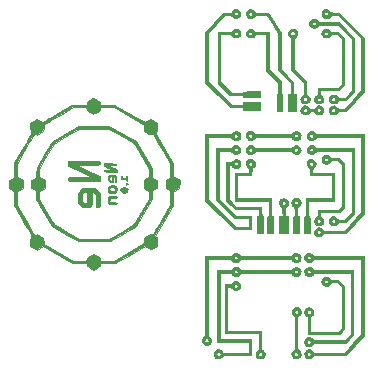
<source format=gbr>
%TF.GenerationSoftware,KiCad,Pcbnew,(5.99.0-8139-gd24b034cbc)*%
%TF.CreationDate,2021-01-06T10:54:56+00:00*%
%TF.ProjectId,neon,6e656f6e-2e6b-4696-9361-645f70636258,1.0*%
%TF.SameCoordinates,Original*%
%TF.FileFunction,Legend,Bot*%
%TF.FilePolarity,Positive*%
%FSLAX46Y46*%
G04 Gerber Fmt 4.6, Leading zero omitted, Abs format (unit mm)*
G04 Created by KiCad (PCBNEW (5.99.0-8139-gd24b034cbc)) date 2021-01-06 10:54:56*
%MOMM*%
%LPD*%
G01*
G04 APERTURE LIST*
%ADD10C,0.010000*%
G04 APERTURE END LIST*
%TO.C,G\u002A\u002A\u002A*%
G36*
X155461339Y-101669778D02*
G01*
X155575745Y-101752718D01*
X155653612Y-101865518D01*
X155691031Y-101996734D01*
X155684095Y-102134918D01*
X155628893Y-102268625D01*
X155521519Y-102386407D01*
X155472866Y-102419405D01*
X155329416Y-102470242D01*
X155179803Y-102467456D01*
X155039556Y-102413058D01*
X154924204Y-102309059D01*
X154842433Y-102201852D01*
X153846420Y-102201852D01*
X153846420Y-106201079D01*
X154585722Y-106913934D01*
X155325024Y-107626790D01*
X156637284Y-107626790D01*
X156637284Y-108849753D01*
X155189476Y-108849753D01*
X153922145Y-107604821D01*
X152654815Y-106359889D01*
X152654815Y-100883603D01*
X155134709Y-100883603D01*
X155181376Y-100960970D01*
X155232895Y-101001090D01*
X155285819Y-101000139D01*
X155351605Y-100947531D01*
X155403274Y-100884872D01*
X155405237Y-100835706D01*
X155356975Y-100779922D01*
X155322522Y-100754570D01*
X155244210Y-100734179D01*
X155178532Y-100757416D01*
X155137897Y-100811487D01*
X155134709Y-100883603D01*
X152654815Y-100883603D01*
X152654815Y-100728025D01*
X154846331Y-100728025D01*
X154899391Y-100638201D01*
X154938088Y-100584434D01*
X155048432Y-100497327D01*
X155181505Y-100452570D01*
X155244210Y-100451138D01*
X155322822Y-100449343D01*
X155457899Y-100486829D01*
X155572251Y-100564210D01*
X155651393Y-100680667D01*
X155682666Y-100775422D01*
X155690042Y-100924814D01*
X155639244Y-101071030D01*
X155637667Y-101073942D01*
X155542497Y-101189790D01*
X155417289Y-101260857D01*
X155275990Y-101286783D01*
X155132546Y-101267211D01*
X155000904Y-101201782D01*
X154895011Y-101090139D01*
X154842664Y-101010247D01*
X152937037Y-101010247D01*
X152939518Y-103620803D01*
X152941998Y-106231358D01*
X155335926Y-108567456D01*
X155845494Y-108567494D01*
X156355062Y-108567531D01*
X156355062Y-107909013D01*
X155179136Y-107907477D01*
X154374870Y-107132134D01*
X153570604Y-106356790D01*
X153564335Y-102014469D01*
X155139418Y-102014469D01*
X155150184Y-102091716D01*
X155216035Y-102161207D01*
X155253197Y-102182930D01*
X155297042Y-102184406D01*
X155349306Y-102141435D01*
X155398778Y-102084751D01*
X155408908Y-102036924D01*
X155380451Y-101974506D01*
X155373062Y-101963785D01*
X155309805Y-101926021D01*
X155230449Y-101926050D01*
X155164707Y-101965161D01*
X155139418Y-102014469D01*
X153564335Y-102014469D01*
X153564198Y-101919630D01*
X154848266Y-101919630D01*
X154894506Y-101830213D01*
X154972824Y-101727182D01*
X155100367Y-101651496D01*
X155261671Y-101625417D01*
X155309805Y-101627913D01*
X155314302Y-101628146D01*
X155461339Y-101669778D01*
G37*
G36*
X155461339Y-90161383D02*
G01*
X155575745Y-90244323D01*
X155653612Y-90357123D01*
X155691031Y-90488339D01*
X155684095Y-90626523D01*
X155628893Y-90760230D01*
X155521519Y-90878012D01*
X155472866Y-90911010D01*
X155329416Y-90961847D01*
X155179803Y-90959061D01*
X155039556Y-90904663D01*
X154924204Y-90800664D01*
X154842433Y-90693457D01*
X154296010Y-90693457D01*
X153617046Y-91469568D01*
X152938083Y-92245679D01*
X152937037Y-96259145D01*
X153932471Y-97254943D01*
X154927904Y-98250741D01*
X155853333Y-98250741D01*
X155853333Y-97999877D01*
X157358519Y-97999877D01*
X157358519Y-98752469D01*
X155853333Y-98752469D01*
X155853333Y-98532963D01*
X154803176Y-98532963D01*
X153728995Y-97459121D01*
X152654815Y-96385279D01*
X152654815Y-92114302D01*
X153398997Y-91262768D01*
X154060297Y-90506074D01*
X155139418Y-90506074D01*
X155150184Y-90583321D01*
X155216035Y-90652812D01*
X155253197Y-90674535D01*
X155297042Y-90676011D01*
X155349306Y-90633040D01*
X155398778Y-90576356D01*
X155408908Y-90528529D01*
X155380451Y-90466111D01*
X155373062Y-90455390D01*
X155309805Y-90417626D01*
X155230449Y-90417655D01*
X155164707Y-90456765D01*
X155139418Y-90506074D01*
X154060297Y-90506074D01*
X154143180Y-90411235D01*
X154848266Y-90411235D01*
X154894506Y-90321817D01*
X154972824Y-90218787D01*
X155100367Y-90143101D01*
X155261671Y-90117022D01*
X155309805Y-90119518D01*
X155314302Y-90119751D01*
X155461339Y-90161383D01*
G37*
G36*
X155420134Y-91792273D02*
G01*
X155544854Y-91864284D01*
X155639244Y-91981070D01*
X155686415Y-92110996D01*
X155690362Y-92259464D01*
X155645630Y-92394418D01*
X155558594Y-92504669D01*
X155435627Y-92579025D01*
X155283103Y-92606297D01*
X155118415Y-92586318D01*
X154985131Y-92522915D01*
X154896639Y-92417618D01*
X154848266Y-92324074D01*
X153971852Y-92324074D01*
X153971852Y-96258771D01*
X154449682Y-96737349D01*
X154927513Y-97215926D01*
X155390423Y-97215926D01*
X155459247Y-97215892D01*
X155618788Y-97215025D01*
X155728264Y-97212022D01*
X155797067Y-97205612D01*
X155834586Y-97194521D01*
X155850212Y-97177478D01*
X155853333Y-97153210D01*
X155853408Y-97147905D01*
X155857147Y-97129426D01*
X155871930Y-97115406D01*
X155905139Y-97105231D01*
X155964155Y-97098285D01*
X156056360Y-97093954D01*
X156189136Y-97091622D01*
X156369864Y-97090674D01*
X156605926Y-97090494D01*
X157358519Y-97090494D01*
X157358519Y-97623581D01*
X156605926Y-97623581D01*
X156542266Y-97623574D01*
X156320514Y-97623263D01*
X156152278Y-97622031D01*
X156030176Y-97619263D01*
X155946828Y-97614345D01*
X155894852Y-97606662D01*
X155866865Y-97595597D01*
X155855486Y-97580536D01*
X155853333Y-97560865D01*
X155851165Y-97539965D01*
X155838481Y-97522983D01*
X155806573Y-97511352D01*
X155746742Y-97504062D01*
X155650291Y-97500104D01*
X155508521Y-97498469D01*
X155312734Y-97498148D01*
X154772135Y-97498148D01*
X154230882Y-96957559D01*
X153689630Y-96416969D01*
X153689630Y-92194611D01*
X155132099Y-92194611D01*
X155152869Y-92266826D01*
X155211543Y-92312930D01*
X155288787Y-92317831D01*
X155365044Y-92274797D01*
X155405164Y-92223279D01*
X155404213Y-92170354D01*
X155351605Y-92104568D01*
X155301282Y-92062019D01*
X155259771Y-92041852D01*
X155255428Y-92042095D01*
X155201858Y-92071523D01*
X155153275Y-92131303D01*
X155132099Y-92194611D01*
X153689630Y-92194611D01*
X153689630Y-92041852D01*
X154842664Y-92041852D01*
X154895011Y-91961960D01*
X154896877Y-91959136D01*
X155003454Y-91848468D01*
X155135487Y-91784007D01*
X155259771Y-91767891D01*
X155279030Y-91765394D01*
X155420134Y-91792273D01*
G37*
G36*
X155393623Y-102828247D02*
G01*
X155528297Y-102900149D01*
X155623675Y-103005457D01*
X155677869Y-103132433D01*
X155688992Y-103269340D01*
X155655156Y-103404439D01*
X155574472Y-103525993D01*
X155445054Y-103622262D01*
X155438513Y-103625534D01*
X155316051Y-103658229D01*
X155182874Y-103652153D01*
X155056742Y-103612713D01*
X154955416Y-103545313D01*
X154896655Y-103455358D01*
X154864247Y-103410948D01*
X154785047Y-103393457D01*
X154693086Y-103393457D01*
X154693086Y-106232479D01*
X155015042Y-106553338D01*
X155336997Y-106874198D01*
X157483951Y-106874198D01*
X157483951Y-107266173D01*
X157484270Y-107399096D01*
X157486461Y-107519523D01*
X157492167Y-107595454D01*
X157503016Y-107637076D01*
X157520639Y-107654578D01*
X157546667Y-107658148D01*
X157550073Y-107658176D01*
X157569158Y-107661320D01*
X157583639Y-107674965D01*
X157594150Y-107706570D01*
X157601327Y-107763593D01*
X157605804Y-107853494D01*
X157608215Y-107983733D01*
X157609197Y-108161769D01*
X157609383Y-108395062D01*
X157609383Y-109131976D01*
X157044938Y-109131976D01*
X157044938Y-107658148D01*
X157123333Y-107658148D01*
X157156372Y-107656626D01*
X157182214Y-107643578D01*
X157195721Y-107606202D01*
X157200893Y-107531703D01*
X157201728Y-107407284D01*
X157201728Y-107156420D01*
X155211366Y-107156420D01*
X154811115Y-106757058D01*
X154410864Y-106357695D01*
X154410864Y-103267538D01*
X155140189Y-103267538D01*
X155179814Y-103322164D01*
X155243299Y-103354481D01*
X155313522Y-103354453D01*
X155373367Y-103312047D01*
X155397846Y-103274702D01*
X155414321Y-103236667D01*
X155406145Y-103213907D01*
X155373367Y-103161287D01*
X155361867Y-103148143D01*
X155292653Y-103117294D01*
X155213495Y-103129333D01*
X155151141Y-103181790D01*
X155141542Y-103200636D01*
X155140189Y-103267538D01*
X154410864Y-103267538D01*
X154410864Y-103079877D01*
X154638210Y-103079679D01*
X154704092Y-103079394D01*
X154797413Y-103075365D01*
X154853245Y-103061972D01*
X154888407Y-103033518D01*
X154919722Y-102984301D01*
X154948151Y-102944085D01*
X155050798Y-102862007D01*
X155180576Y-102813473D01*
X155292653Y-102809577D01*
X155314232Y-102808827D01*
X155393623Y-102828247D01*
G37*
G36*
X157483951Y-118936440D02*
G01*
X157567326Y-118980936D01*
X157585474Y-118992608D01*
X157652534Y-119061156D01*
X157707749Y-119150865D01*
X157713331Y-119163319D01*
X157757053Y-119295250D01*
X157757077Y-119410282D01*
X157713806Y-119533963D01*
X157660707Y-119615308D01*
X157546777Y-119706651D01*
X157405700Y-119756389D01*
X157252787Y-119760030D01*
X157103349Y-119713083D01*
X157023252Y-119648344D01*
X156950097Y-119535042D01*
X156907835Y-119402292D01*
X156907306Y-119348038D01*
X157203587Y-119348038D01*
X157221108Y-119417368D01*
X157269930Y-119465979D01*
X157345426Y-119474874D01*
X157388037Y-119453736D01*
X157441841Y-119398393D01*
X157461686Y-119364171D01*
X157464675Y-119317392D01*
X157425752Y-119258410D01*
X157393439Y-119222293D01*
X157347715Y-119201635D01*
X157283807Y-119221875D01*
X157280956Y-119223209D01*
X157221994Y-119276986D01*
X157203587Y-119348038D01*
X156907306Y-119348038D01*
X156906570Y-119272703D01*
X156921719Y-119221808D01*
X156969690Y-119127996D01*
X157034107Y-119039197D01*
X157101386Y-118973011D01*
X157157940Y-118947037D01*
X157163014Y-118946193D01*
X157176894Y-118929710D01*
X157187147Y-118886656D01*
X157194265Y-118809805D01*
X157198740Y-118691930D01*
X157201063Y-118525803D01*
X157201728Y-118304198D01*
X157201728Y-117661358D01*
X154285432Y-117661358D01*
X154285432Y-113581820D01*
X155138843Y-113581820D01*
X155190280Y-113659106D01*
X155247816Y-113690947D01*
X155322610Y-113680500D01*
X155383834Y-113614545D01*
X155407334Y-113565856D01*
X155406160Y-113525030D01*
X155365044Y-113477302D01*
X155326737Y-113448301D01*
X155243841Y-113430377D01*
X155169728Y-113465655D01*
X155143496Y-113503124D01*
X155138843Y-113581820D01*
X154285432Y-113581820D01*
X154285432Y-113428025D01*
X154566849Y-113428025D01*
X154594025Y-113428021D01*
X154718386Y-113426903D01*
X154796652Y-113421011D01*
X154843000Y-113406324D01*
X154871604Y-113378821D01*
X154896639Y-113334482D01*
X154913727Y-113305947D01*
X155008492Y-113216052D01*
X155135888Y-113160174D01*
X155243841Y-113145857D01*
X155278207Y-113141300D01*
X155417740Y-113162416D01*
X155536781Y-113226509D01*
X155610035Y-113306339D01*
X155674167Y-113443590D01*
X155688439Y-113592707D01*
X155652165Y-113738006D01*
X155564658Y-113863806D01*
X155476469Y-113930448D01*
X155332958Y-113980897D01*
X155182938Y-113978449D01*
X155040783Y-113924106D01*
X154920869Y-113818873D01*
X154859399Y-113751894D01*
X154794225Y-113718149D01*
X154700926Y-113710248D01*
X154567654Y-113710247D01*
X154567654Y-117379136D01*
X157483951Y-117379136D01*
X157483951Y-118936440D01*
G37*
G36*
X156738794Y-102874469D02*
G01*
X156838602Y-102974039D01*
X156899729Y-103101279D01*
X156920879Y-103241951D01*
X156900758Y-103381817D01*
X156838070Y-103506639D01*
X156731519Y-103602178D01*
X156718176Y-103610101D01*
X156678790Y-103637444D01*
X156654857Y-103670838D01*
X156642528Y-103724448D01*
X156637953Y-103812441D01*
X156637284Y-103948984D01*
X156637284Y-104240124D01*
X155414321Y-104240124D01*
X155414321Y-106152963D01*
X158299259Y-106152963D01*
X158299259Y-107658148D01*
X158487407Y-107658148D01*
X158487407Y-109131976D01*
X157891605Y-109131976D01*
X157891605Y-108395062D01*
X157891607Y-108355042D01*
X157891875Y-108130789D01*
X157893036Y-107960638D01*
X157895726Y-107837130D01*
X157900579Y-107752805D01*
X157908230Y-107700204D01*
X157919314Y-107671867D01*
X157934466Y-107660335D01*
X157954321Y-107658148D01*
X157963272Y-107657904D01*
X157982572Y-107652346D01*
X157996600Y-107633173D01*
X158006196Y-107592202D01*
X158012198Y-107521249D01*
X158015446Y-107412132D01*
X158016779Y-107256665D01*
X158017037Y-107046667D01*
X158017037Y-106435185D01*
X155132099Y-106435185D01*
X155132099Y-103957902D01*
X156355062Y-103957902D01*
X156355062Y-103807009D01*
X156354985Y-103790177D01*
X156347505Y-103698297D01*
X156320016Y-103639187D01*
X156261505Y-103586946D01*
X156154827Y-103479063D01*
X156089488Y-103342787D01*
X156080119Y-103242687D01*
X156370535Y-103242687D01*
X156396772Y-103310111D01*
X156454740Y-103354006D01*
X156527885Y-103362687D01*
X156599654Y-103324469D01*
X156616363Y-103302510D01*
X156637284Y-103236667D01*
X156631798Y-103201238D01*
X156587567Y-103141591D01*
X156517192Y-103113477D01*
X156442776Y-103122422D01*
X156386420Y-103173951D01*
X156370535Y-103242687D01*
X156080119Y-103242687D01*
X156075922Y-103197856D01*
X156115185Y-103057237D01*
X156208332Y-102933899D01*
X156210691Y-102931748D01*
X156352924Y-102838709D01*
X156505210Y-102805768D01*
X156517192Y-102807948D01*
X156661651Y-102834223D01*
X156738794Y-102874469D01*
G37*
G36*
X156768479Y-91850317D02*
G01*
X156874372Y-91961960D01*
X156926719Y-92041852D01*
X158079753Y-92041852D01*
X158079753Y-95194046D01*
X158597161Y-95710741D01*
X159114568Y-96227436D01*
X159114568Y-96789034D01*
X159114888Y-96986995D01*
X159116479Y-97130985D01*
X159120307Y-97229575D01*
X159127336Y-97291336D01*
X159138532Y-97324840D01*
X159154859Y-97338657D01*
X159177284Y-97341358D01*
X159180690Y-97341386D01*
X159199775Y-97344530D01*
X159214256Y-97358175D01*
X159224768Y-97389780D01*
X159231944Y-97446803D01*
X159236421Y-97536704D01*
X159238833Y-97666943D01*
X159239814Y-97844979D01*
X159240000Y-98078272D01*
X159240000Y-98815185D01*
X158706914Y-98815185D01*
X158706914Y-98078272D01*
X158706916Y-98038252D01*
X158707184Y-97813999D01*
X158708345Y-97643848D01*
X158711035Y-97520340D01*
X158715888Y-97436015D01*
X158723539Y-97383413D01*
X158734623Y-97355077D01*
X158749775Y-97343545D01*
X158769630Y-97341358D01*
X158781684Y-97340881D01*
X158802208Y-97333309D01*
X158816286Y-97309209D01*
X158825128Y-97259346D01*
X158829945Y-97174480D01*
X158831947Y-97045375D01*
X158832346Y-96862792D01*
X158832346Y-96384226D01*
X158314938Y-95867531D01*
X157797531Y-95350837D01*
X157797531Y-92324074D01*
X156924621Y-92324074D01*
X156860118Y-92428443D01*
X156847814Y-92447448D01*
X156759535Y-92539923D01*
X156642490Y-92590760D01*
X156483247Y-92606297D01*
X156350898Y-92586169D01*
X156223607Y-92518063D01*
X156131637Y-92412437D01*
X156081237Y-92280354D01*
X156080120Y-92216545D01*
X156361523Y-92216545D01*
X156404339Y-92274797D01*
X156442646Y-92303798D01*
X156525542Y-92321722D01*
X156599654Y-92286445D01*
X156624277Y-92251336D01*
X156632407Y-92169993D01*
X156588007Y-92091129D01*
X156536488Y-92051009D01*
X156483564Y-92051960D01*
X156417778Y-92104568D01*
X156368969Y-92163108D01*
X156361523Y-92216545D01*
X156080120Y-92216545D01*
X156078655Y-92132878D01*
X156130139Y-91981070D01*
X156131716Y-91978158D01*
X156226886Y-91862309D01*
X156352094Y-91791242D01*
X156493393Y-91765316D01*
X156536488Y-91771197D01*
X156636837Y-91784888D01*
X156768479Y-91850317D01*
G37*
G36*
X159508773Y-106171480D02*
G01*
X159620035Y-106244831D01*
X159695237Y-106349569D01*
X159726686Y-106446756D01*
X159740501Y-106538348D01*
X159731716Y-106610049D01*
X159687834Y-106728004D01*
X159619516Y-106834531D01*
X159540743Y-106904035D01*
X159513513Y-106919594D01*
X159487497Y-106943420D01*
X159471553Y-106981555D01*
X159463217Y-107046101D01*
X159460023Y-107149158D01*
X159459506Y-107302830D01*
X159459506Y-107658148D01*
X159741728Y-107658148D01*
X159741728Y-109131976D01*
X158863704Y-109131976D01*
X158863704Y-107658148D01*
X159182570Y-107658148D01*
X159160334Y-107305371D01*
X159152214Y-107180829D01*
X159142322Y-107067399D01*
X159129348Y-106992542D01*
X159109401Y-106942788D01*
X159078590Y-106904665D01*
X159033023Y-106864705D01*
X158938743Y-106756086D01*
X158886901Y-106612930D01*
X158888946Y-106550107D01*
X159177284Y-106550107D01*
X159178565Y-106567405D01*
X159214524Y-106635397D01*
X159283139Y-106669515D01*
X159361743Y-106656666D01*
X159409248Y-106622260D01*
X159439364Y-106552786D01*
X159408325Y-106470143D01*
X159398143Y-106456857D01*
X159328368Y-106409761D01*
X159256366Y-106413735D01*
X159200038Y-106462582D01*
X159177284Y-106550107D01*
X158888946Y-106550107D01*
X158892108Y-106453025D01*
X158955265Y-106283091D01*
X159004041Y-106218973D01*
X159109087Y-106153262D01*
X159238255Y-106124344D01*
X159328368Y-106128596D01*
X159376498Y-106130867D01*
X159508773Y-106171480D01*
G37*
G36*
X156679730Y-90154240D02*
G01*
X156794712Y-90225024D01*
X156871048Y-90314413D01*
X156921117Y-90411235D01*
X158044334Y-90411235D01*
X159114568Y-92123991D01*
X159114568Y-95225405D01*
X159631975Y-95742099D01*
X160149383Y-96258794D01*
X160149383Y-97341358D01*
X160400247Y-97341358D01*
X160400247Y-98815185D01*
X159647654Y-98815185D01*
X159647654Y-97341358D01*
X159867161Y-97341358D01*
X159867161Y-96384226D01*
X159349753Y-95867531D01*
X158832346Y-95350837D01*
X158832346Y-92235732D01*
X158354136Y-91465909D01*
X157875926Y-90696085D01*
X157389877Y-90695979D01*
X156903827Y-90695873D01*
X156841111Y-90795356D01*
X156752646Y-90891629D01*
X156627337Y-90952277D01*
X156485872Y-90964420D01*
X156341715Y-90927119D01*
X156208332Y-90839435D01*
X156160892Y-90788164D01*
X156093900Y-90659054D01*
X156077075Y-90519637D01*
X156077621Y-90517090D01*
X156371596Y-90517090D01*
X156384445Y-90595694D01*
X156418851Y-90643199D01*
X156488326Y-90673315D01*
X156570968Y-90642276D01*
X156584255Y-90632094D01*
X156631350Y-90562319D01*
X156627377Y-90490317D01*
X156578530Y-90433989D01*
X156491005Y-90411235D01*
X156473706Y-90412516D01*
X156405715Y-90448475D01*
X156371596Y-90517090D01*
X156077621Y-90517090D01*
X156106517Y-90382531D01*
X156178323Y-90260356D01*
X156288593Y-90165729D01*
X156433427Y-90111270D01*
X156491005Y-90112135D01*
X156549705Y-90113015D01*
X156679730Y-90154240D01*
G37*
G36*
X160643185Y-115448785D02*
G01*
X160746565Y-115569914D01*
X160749652Y-115575066D01*
X160799158Y-115716434D01*
X160793122Y-115865086D01*
X160734601Y-116006815D01*
X160626648Y-116127417D01*
X160531892Y-116203210D01*
X160519772Y-117575124D01*
X160518091Y-117783711D01*
X160516337Y-118109818D01*
X160516235Y-118377766D01*
X160517832Y-118590468D01*
X160521175Y-118750834D01*
X160526311Y-118861777D01*
X160533290Y-118926207D01*
X160542157Y-118947037D01*
X160577525Y-118956026D01*
X160645161Y-119010626D01*
X160709715Y-119099812D01*
X160761696Y-119206196D01*
X160791613Y-119312391D01*
X160789973Y-119401010D01*
X160731900Y-119553912D01*
X160642351Y-119672646D01*
X160521820Y-119740634D01*
X160365188Y-119762229D01*
X160308119Y-119758809D01*
X160157118Y-119712973D01*
X160037309Y-119621091D01*
X159958344Y-119492596D01*
X159931235Y-119344343D01*
X160228277Y-119344343D01*
X160254209Y-119398393D01*
X160297647Y-119446478D01*
X160373785Y-119475518D01*
X160448790Y-119447516D01*
X160465331Y-119431157D01*
X160495049Y-119356420D01*
X160476081Y-119278804D01*
X160412242Y-119221875D01*
X160369378Y-119205108D01*
X160320279Y-119208856D01*
X160270297Y-119258410D01*
X160242166Y-119296280D01*
X160228277Y-119344343D01*
X159931235Y-119344343D01*
X159929877Y-119336919D01*
X159930813Y-119314375D01*
X159963552Y-119187981D01*
X160032178Y-119069765D01*
X160121820Y-118986844D01*
X160212099Y-118933515D01*
X160212099Y-116188977D01*
X160132101Y-116136560D01*
X160054520Y-116066793D01*
X159984856Y-115933285D01*
X159968068Y-115810748D01*
X160251547Y-115810748D01*
X160291172Y-115865374D01*
X160354657Y-115897691D01*
X160369378Y-115897685D01*
X160424880Y-115897663D01*
X160484725Y-115855257D01*
X160509204Y-115817912D01*
X160525679Y-115779877D01*
X160517503Y-115757117D01*
X160484725Y-115704497D01*
X160473225Y-115691353D01*
X160404011Y-115660504D01*
X160324853Y-115672543D01*
X160262499Y-115725000D01*
X160252900Y-115743846D01*
X160251547Y-115810748D01*
X159968068Y-115810748D01*
X159961235Y-115760875D01*
X159976572Y-115641253D01*
X160036927Y-115513422D01*
X160132585Y-115420245D01*
X160252292Y-115364456D01*
X160384796Y-115348792D01*
X160404011Y-115352691D01*
X160518845Y-115375990D01*
X160643185Y-115448785D01*
G37*
G36*
X153971649Y-118950911D02*
G01*
X154087800Y-119018414D01*
X154165673Y-119119434D01*
X154201425Y-119197902D01*
X156355062Y-119197902D01*
X156355062Y-118351235D01*
X153658272Y-118351235D01*
X153658272Y-112382699D01*
X155132099Y-112382699D01*
X155138885Y-112425157D01*
X155183090Y-112481978D01*
X155251764Y-112502645D01*
X155325236Y-112484014D01*
X155383834Y-112422940D01*
X155386700Y-112416905D01*
X160241357Y-112416905D01*
X160281709Y-112476243D01*
X160350494Y-112504195D01*
X160433877Y-112486069D01*
X160469759Y-112452904D01*
X160494321Y-112382699D01*
X160493626Y-112365677D01*
X160464015Y-112283899D01*
X160403696Y-112242315D01*
X160330537Y-112246988D01*
X160262405Y-112303984D01*
X160243274Y-112340871D01*
X160241357Y-112416905D01*
X155386700Y-112416905D01*
X155408958Y-112370049D01*
X155402986Y-112334256D01*
X155356975Y-112288317D01*
X155291745Y-112247935D01*
X155213192Y-112245282D01*
X155154907Y-112292332D01*
X155132099Y-112382699D01*
X153658272Y-112382699D01*
X153658272Y-112236420D01*
X154846331Y-112236420D01*
X154899391Y-112146596D01*
X154970870Y-112058076D01*
X155100411Y-111980761D01*
X155213192Y-111962345D01*
X155262369Y-111954315D01*
X155310486Y-111956990D01*
X155449194Y-111993242D01*
X155565315Y-112063713D01*
X155639500Y-112157953D01*
X155675252Y-112236420D01*
X159951168Y-112236420D01*
X159986920Y-112157953D01*
X160056241Y-112067175D01*
X160170422Y-111997279D01*
X160308894Y-111960027D01*
X160403696Y-111959974D01*
X160454235Y-111959946D01*
X160589023Y-112001559D01*
X160648198Y-112040057D01*
X160722443Y-112129660D01*
X160778490Y-112265947D01*
X160789101Y-112310958D01*
X160784827Y-112452581D01*
X160731328Y-112585334D01*
X160638420Y-112696255D01*
X160515915Y-112772381D01*
X160373628Y-112800747D01*
X160354516Y-112800291D01*
X160214077Y-112770542D01*
X160088560Y-112702791D01*
X160001041Y-112608921D01*
X159947713Y-112518642D01*
X155678707Y-112518642D01*
X155625379Y-112608921D01*
X155536451Y-112709603D01*
X155412247Y-112773861D01*
X155271461Y-112794677D01*
X155128633Y-112772257D01*
X154998303Y-112706807D01*
X154895011Y-112598534D01*
X154882962Y-112580585D01*
X154860103Y-112554607D01*
X154827847Y-112537147D01*
X154775530Y-112526513D01*
X154692489Y-112521012D01*
X154568060Y-112518953D01*
X154391579Y-112518642D01*
X153940494Y-112518642D01*
X153940494Y-118069013D01*
X156637284Y-118069013D01*
X156637284Y-119480124D01*
X154201425Y-119480124D01*
X154165673Y-119558591D01*
X154148216Y-119590250D01*
X154056763Y-119680272D01*
X153926160Y-119740318D01*
X153772175Y-119762229D01*
X153726705Y-119761500D01*
X153644534Y-119749495D01*
X153577352Y-119713240D01*
X153497792Y-119640603D01*
X153461499Y-119603319D01*
X153405992Y-119532597D01*
X153381689Y-119462673D01*
X153376512Y-119366220D01*
X153376850Y-119342704D01*
X153665387Y-119342704D01*
X153683823Y-119421980D01*
X153738999Y-119469326D01*
X153813826Y-119475397D01*
X153891217Y-119430847D01*
X153925986Y-119386463D01*
X153933460Y-119318361D01*
X153880025Y-119246972D01*
X153865657Y-119235325D01*
X153786551Y-119208994D01*
X153714874Y-119235936D01*
X153670522Y-119310152D01*
X153665387Y-119342704D01*
X153376850Y-119342704D01*
X153376865Y-119341730D01*
X153397722Y-119192339D01*
X153456537Y-119079718D01*
X153561452Y-118987176D01*
X153562478Y-118986487D01*
X153692092Y-118931249D01*
X153786551Y-118924181D01*
X153834114Y-118920623D01*
X153971649Y-118950911D01*
G37*
G36*
X154940471Y-110915458D02*
G01*
X154964978Y-110888390D01*
X155038062Y-110821294D01*
X155111723Y-110787045D01*
X155213921Y-110770856D01*
X155230286Y-110769479D01*
X155245815Y-110770624D01*
X155398087Y-110781844D01*
X155532668Y-110843715D01*
X155628719Y-110952760D01*
X155680864Y-111044419D01*
X157814288Y-111044617D01*
X159947713Y-111044815D01*
X160003378Y-110950580D01*
X160080933Y-110858425D01*
X160200366Y-110790360D01*
X160336489Y-110765479D01*
X160388361Y-110771585D01*
X160475652Y-110781858D01*
X160604203Y-110837573D01*
X160708491Y-110930701D01*
X160774864Y-111059316D01*
X160786801Y-111115942D01*
X160780030Y-111272247D01*
X160721635Y-111424701D01*
X160721460Y-111425002D01*
X160628197Y-111528493D01*
X160503719Y-111590240D01*
X160363512Y-111610318D01*
X160223062Y-111588800D01*
X160097855Y-111525760D01*
X160003378Y-111421272D01*
X159947713Y-111327037D01*
X157814288Y-111327236D01*
X155680864Y-111327434D01*
X155628719Y-111419092D01*
X155621869Y-111430650D01*
X155522174Y-111535591D01*
X155384421Y-111593150D01*
X155213921Y-111600996D01*
X155180400Y-111597379D01*
X155089140Y-111577568D01*
X155018484Y-111535502D01*
X154940471Y-111456394D01*
X154825676Y-111327037D01*
X152937037Y-111327037D01*
X152937235Y-114564753D01*
X152937434Y-117802469D01*
X153032613Y-117856635D01*
X153119089Y-117930410D01*
X153184977Y-118050813D01*
X153210079Y-118192252D01*
X153191874Y-118338402D01*
X153127838Y-118472941D01*
X153119934Y-118483594D01*
X153012823Y-118575601D01*
X152878500Y-118623261D01*
X152733191Y-118626032D01*
X152593123Y-118583373D01*
X152474525Y-118494741D01*
X152468140Y-118487729D01*
X152407129Y-118408800D01*
X152379245Y-118331202D01*
X152372593Y-118223262D01*
X152375149Y-118200835D01*
X152655935Y-118200835D01*
X152676092Y-118273543D01*
X152736894Y-118327261D01*
X152778581Y-118343700D01*
X152828211Y-118340739D01*
X152878005Y-118291757D01*
X152919157Y-118234380D01*
X152937037Y-118195831D01*
X152932296Y-118179594D01*
X152891700Y-118131923D01*
X152830944Y-118088181D01*
X152776210Y-118069013D01*
X152725148Y-118079928D01*
X152673321Y-118129507D01*
X152655935Y-118200835D01*
X152375149Y-118200835D01*
X152389888Y-118071548D01*
X152453449Y-117934834D01*
X152564991Y-117836305D01*
X152654815Y-117783245D01*
X152654815Y-111217682D01*
X155130623Y-111217682D01*
X155169728Y-111289408D01*
X155206717Y-111315399D01*
X155285429Y-111320510D01*
X155362424Y-111269692D01*
X155403210Y-111213751D01*
X155404528Y-111173048D01*
X160235288Y-111173048D01*
X160255458Y-111247188D01*
X160297607Y-111293679D01*
X160373715Y-111322397D01*
X160448790Y-111294429D01*
X160484666Y-111237950D01*
X160490514Y-111153985D01*
X160456691Y-111082445D01*
X160388361Y-111048009D01*
X160317830Y-111060285D01*
X160261443Y-111106356D01*
X160235288Y-111173048D01*
X155404528Y-111173048D01*
X155405086Y-111155816D01*
X155351478Y-111091737D01*
X155318989Y-111069152D01*
X155245815Y-111057646D01*
X155181484Y-111087860D01*
X155138814Y-111145852D01*
X155130623Y-111217682D01*
X152654815Y-111217682D01*
X152654815Y-111044815D01*
X154825676Y-111044815D01*
X154940471Y-110915458D01*
G37*
G36*
X160660736Y-106224788D02*
G01*
X160748032Y-106351030D01*
X160752614Y-106361235D01*
X160791557Y-106518381D01*
X160774353Y-106668812D01*
X160704602Y-106800325D01*
X160585903Y-106900719D01*
X160494718Y-106952593D01*
X160494519Y-107305371D01*
X160494321Y-107658148D01*
X160651111Y-107658148D01*
X160651111Y-109131976D01*
X160086667Y-109131976D01*
X160086667Y-108395062D01*
X160086669Y-108355042D01*
X160086937Y-108130789D01*
X160088098Y-107960638D01*
X160090788Y-107837130D01*
X160095641Y-107752805D01*
X160103292Y-107700204D01*
X160114376Y-107671867D01*
X160129528Y-107660335D01*
X160149383Y-107658148D01*
X160163574Y-107657480D01*
X160186073Y-107647852D01*
X160200289Y-107618260D01*
X160208108Y-107558017D01*
X160211415Y-107456436D01*
X160212099Y-107302830D01*
X160211926Y-107204887D01*
X160209891Y-107082299D01*
X160203714Y-107003300D01*
X160191132Y-106955877D01*
X160169882Y-106928014D01*
X160137703Y-106907696D01*
X160076594Y-106857647D01*
X160005039Y-106760641D01*
X159951156Y-106648633D01*
X159937623Y-106584312D01*
X160241357Y-106584312D01*
X160281709Y-106643651D01*
X160350494Y-106671603D01*
X160433877Y-106653476D01*
X160469759Y-106620311D01*
X160494321Y-106550107D01*
X160493626Y-106533085D01*
X160464015Y-106451307D01*
X160403696Y-106409722D01*
X160330537Y-106414396D01*
X160262405Y-106471392D01*
X160243274Y-106508279D01*
X160241357Y-106584312D01*
X159937623Y-106584312D01*
X159929877Y-106547501D01*
X159933198Y-106492965D01*
X159979707Y-106345222D01*
X160073357Y-106227627D01*
X160204280Y-106149890D01*
X160362607Y-106121722D01*
X160375763Y-106121832D01*
X160403696Y-106126509D01*
X160537535Y-106148917D01*
X160660736Y-106224788D01*
G37*
G36*
X160466841Y-101627266D02*
G01*
X160567754Y-101672404D01*
X160667228Y-101752405D01*
X160746091Y-101848519D01*
X160785169Y-101942000D01*
X160791053Y-102010283D01*
X160787362Y-102071145D01*
X160782281Y-102097570D01*
X160776543Y-102170653D01*
X160752556Y-102246180D01*
X160686055Y-102332059D01*
X160593646Y-102407967D01*
X160492010Y-102457114D01*
X160459422Y-102465583D01*
X160300872Y-102470695D01*
X160154485Y-102417722D01*
X160032227Y-102310478D01*
X159945556Y-102201854D01*
X158424691Y-102203061D01*
X156903827Y-102204268D01*
X156841111Y-102303751D01*
X156752757Y-102399819D01*
X156627458Y-102460513D01*
X156486146Y-102472913D01*
X156342534Y-102436039D01*
X156210335Y-102348907D01*
X156167950Y-102304560D01*
X156094633Y-102177929D01*
X156072337Y-102045056D01*
X156075735Y-102025485D01*
X156371596Y-102025485D01*
X156384445Y-102104089D01*
X156418851Y-102151594D01*
X156488326Y-102181710D01*
X156570968Y-102150671D01*
X156584255Y-102140489D01*
X156631350Y-102070714D01*
X156628772Y-102023992D01*
X160226599Y-102023992D01*
X160242698Y-102106360D01*
X160275499Y-102151595D01*
X160345082Y-102181667D01*
X160428005Y-102150671D01*
X160467035Y-102113110D01*
X160491551Y-102041651D01*
X160470664Y-101975773D01*
X160412634Y-101933171D01*
X160325718Y-101931537D01*
X160266439Y-101959260D01*
X160226599Y-102023992D01*
X156628772Y-102023992D01*
X156627377Y-101998712D01*
X156578530Y-101942384D01*
X156491005Y-101919630D01*
X156473706Y-101920911D01*
X156405715Y-101956870D01*
X156371596Y-102025485D01*
X156075735Y-102025485D01*
X156094828Y-101915542D01*
X156155876Y-101798992D01*
X156249248Y-101705009D01*
X156368713Y-101643194D01*
X156491005Y-101625602D01*
X156508037Y-101623152D01*
X156660990Y-101654485D01*
X156767766Y-101710429D01*
X156863228Y-101813746D01*
X156925701Y-101919630D01*
X158443468Y-101919630D01*
X158666532Y-101919385D01*
X158984649Y-101918071D01*
X159265428Y-101915694D01*
X159504640Y-101912334D01*
X159698056Y-101908071D01*
X159841447Y-101902987D01*
X159930583Y-101897163D01*
X159961235Y-101890678D01*
X159962799Y-101883149D01*
X159990519Y-101833602D01*
X160041919Y-101765838D01*
X160050678Y-101755858D01*
X160167403Y-101669846D01*
X160312467Y-101624053D01*
X160325718Y-101624252D01*
X160462310Y-101626302D01*
X160466841Y-101627266D01*
G37*
G36*
X160589023Y-100493164D02*
G01*
X160648198Y-100531662D01*
X160722443Y-100621264D01*
X160778490Y-100757552D01*
X160789101Y-100802563D01*
X160784827Y-100944186D01*
X160731328Y-101076939D01*
X160638420Y-101187860D01*
X160515915Y-101263986D01*
X160373628Y-101292352D01*
X160354516Y-101291896D01*
X160214077Y-101262147D01*
X160088560Y-101194396D01*
X160001041Y-101100526D01*
X159947713Y-101010247D01*
X156926719Y-101010247D01*
X156874372Y-101090139D01*
X156872506Y-101092963D01*
X156765928Y-101203631D01*
X156633895Y-101268093D01*
X156490353Y-101286705D01*
X156349249Y-101259827D01*
X156224529Y-101187815D01*
X156130139Y-101071030D01*
X156082904Y-100941142D01*
X156080583Y-100855697D01*
X156355062Y-100855697D01*
X156371806Y-100892196D01*
X156417778Y-100947531D01*
X156476317Y-100996340D01*
X156529755Y-101003786D01*
X156588007Y-100960970D01*
X156619293Y-100908510D01*
X160241357Y-100908510D01*
X160281709Y-100967848D01*
X160350494Y-100995800D01*
X160433877Y-100977673D01*
X160469759Y-100944509D01*
X160494321Y-100874304D01*
X160493626Y-100857282D01*
X160464015Y-100775504D01*
X160403696Y-100733920D01*
X160330537Y-100738593D01*
X160262405Y-100795589D01*
X160243274Y-100832476D01*
X160241357Y-100908510D01*
X156619293Y-100908510D01*
X156629261Y-100891796D01*
X156628336Y-100813850D01*
X156585611Y-100752741D01*
X156507820Y-100728025D01*
X156502624Y-100728228D01*
X156438528Y-100752823D01*
X156380399Y-100802786D01*
X156355062Y-100855697D01*
X156080583Y-100855697D01*
X156078866Y-100792522D01*
X156123699Y-100657540D01*
X156211034Y-100547334D01*
X156334499Y-100473042D01*
X156487724Y-100445803D01*
X156507820Y-100448068D01*
X156630850Y-100461928D01*
X156769852Y-100525667D01*
X156869992Y-100638201D01*
X156923052Y-100728025D01*
X159951168Y-100728025D01*
X159986920Y-100649558D01*
X160056241Y-100558780D01*
X160170422Y-100488884D01*
X160308894Y-100451632D01*
X160403696Y-100451579D01*
X160454235Y-100451551D01*
X160589023Y-100493164D01*
G37*
G36*
X161278272Y-97359194D02*
G01*
X161368062Y-97412235D01*
X161370409Y-97413646D01*
X161447544Y-97481192D01*
X161508459Y-97567946D01*
X161548887Y-97687283D01*
X161551126Y-97838097D01*
X161503083Y-97974552D01*
X161411551Y-98085662D01*
X161283320Y-98160443D01*
X161125183Y-98187908D01*
X161017446Y-98176082D01*
X160880359Y-98118269D01*
X160778147Y-98022257D01*
X160715676Y-97899175D01*
X160698703Y-97767124D01*
X160996049Y-97767124D01*
X161011080Y-97830474D01*
X161064989Y-97887809D01*
X161139747Y-97900553D01*
X161181126Y-97880511D01*
X161234913Y-97825953D01*
X161247779Y-97805134D01*
X161260131Y-97752928D01*
X161229042Y-97692682D01*
X161220241Y-97681034D01*
X161149643Y-97631198D01*
X161076529Y-97632837D01*
X161019223Y-97680097D01*
X160996049Y-97767124D01*
X160698703Y-97767124D01*
X160697806Y-97760153D01*
X160729403Y-97616319D01*
X160815328Y-97478802D01*
X160842160Y-97450107D01*
X160906326Y-97394715D01*
X160952261Y-97372716D01*
X160958861Y-97371517D01*
X160974249Y-97352244D01*
X160984912Y-97303069D01*
X160991600Y-97215795D01*
X160995062Y-97082225D01*
X160996049Y-96894161D01*
X160996049Y-96415605D01*
X160462963Y-95883210D01*
X159929877Y-95350816D01*
X159929877Y-92636599D01*
X159788765Y-92501391D01*
X159718251Y-92430669D01*
X159671600Y-92367346D01*
X159651827Y-92302049D01*
X159648616Y-92230629D01*
X159937603Y-92230629D01*
X159977821Y-92284281D01*
X160041611Y-92315975D01*
X160111782Y-92315843D01*
X160171144Y-92274022D01*
X160202057Y-92221343D01*
X160202870Y-92155585D01*
X160147547Y-92087228D01*
X160087908Y-92053232D01*
X160017058Y-92068297D01*
X159947812Y-92145861D01*
X159938148Y-92164881D01*
X159937603Y-92230629D01*
X159648616Y-92230629D01*
X159647772Y-92211857D01*
X159657888Y-92104688D01*
X159713947Y-91955779D01*
X159811175Y-91845316D01*
X159940531Y-91779317D01*
X160087908Y-91764314D01*
X160092972Y-91763799D01*
X160259456Y-91804780D01*
X160310681Y-91831175D01*
X160411460Y-91925656D01*
X160471469Y-92049309D01*
X160490116Y-92188411D01*
X160466813Y-92329236D01*
X160400968Y-92458061D01*
X160291991Y-92561162D01*
X160212099Y-92613510D01*
X160212099Y-95230915D01*
X160745185Y-95740269D01*
X161149643Y-96126721D01*
X161278272Y-96249623D01*
X161278272Y-97359194D01*
G37*
G36*
X162471435Y-98308629D02*
G01*
X162593287Y-98390158D01*
X162676761Y-98517284D01*
X162714480Y-98669967D01*
X162694932Y-98821446D01*
X162620121Y-98957164D01*
X162493682Y-99066219D01*
X162479252Y-99074600D01*
X162336307Y-99120676D01*
X162187621Y-99111958D01*
X162048428Y-99051786D01*
X161933963Y-98943500D01*
X161922409Y-98928205D01*
X161870631Y-98875325D01*
X161808543Y-98851861D01*
X161710131Y-98846544D01*
X161662605Y-98847359D01*
X161582233Y-98859532D01*
X161517398Y-98896135D01*
X161440930Y-98969590D01*
X161426010Y-98984953D01*
X161306325Y-99080651D01*
X161184250Y-99122143D01*
X161043803Y-99115290D01*
X160972408Y-99094872D01*
X160843966Y-99015279D01*
X160750326Y-98896714D01*
X160700306Y-98752594D01*
X160700954Y-98710601D01*
X160996049Y-98710601D01*
X160997331Y-98727899D01*
X161033290Y-98795891D01*
X161101904Y-98830009D01*
X161180508Y-98817160D01*
X161228013Y-98782754D01*
X161258130Y-98713280D01*
X161250809Y-98693785D01*
X162156296Y-98693785D01*
X162156499Y-98698981D01*
X162181094Y-98763077D01*
X162231057Y-98821206D01*
X162283968Y-98846544D01*
X162320467Y-98829800D01*
X162375803Y-98783827D01*
X162424611Y-98725288D01*
X162432057Y-98671851D01*
X162389242Y-98613598D01*
X162320068Y-98572344D01*
X162242121Y-98573270D01*
X162181012Y-98615994D01*
X162156296Y-98693785D01*
X161250809Y-98693785D01*
X161227091Y-98630637D01*
X161216909Y-98617351D01*
X161147134Y-98570255D01*
X161075132Y-98574229D01*
X161018803Y-98623076D01*
X160996049Y-98710601D01*
X160700954Y-98710601D01*
X160702721Y-98596332D01*
X160738133Y-98508127D01*
X160816869Y-98403778D01*
X160916738Y-98318625D01*
X161017896Y-98273026D01*
X161077897Y-98265882D01*
X161147134Y-98273136D01*
X161217728Y-98280532D01*
X161349022Y-98331085D01*
X161454036Y-98409208D01*
X161515031Y-98506565D01*
X161516866Y-98511867D01*
X161542896Y-98544250D01*
X161599640Y-98560114D01*
X161702913Y-98564321D01*
X161777864Y-98563101D01*
X161846803Y-98552684D01*
X161888131Y-98523857D01*
X161922532Y-98467499D01*
X161981282Y-98390205D01*
X162096007Y-98313281D01*
X162234272Y-98273329D01*
X162320068Y-98276561D01*
X162376084Y-98278671D01*
X162471435Y-98308629D01*
G37*
G36*
X161865131Y-102863269D02*
G01*
X161967081Y-102947517D01*
X162036551Y-103066440D01*
X162062222Y-103217666D01*
X162046188Y-103362357D01*
X161983539Y-103502867D01*
X161874235Y-103602178D01*
X161855326Y-103613723D01*
X161806218Y-103655618D01*
X161784739Y-103712410D01*
X161780000Y-103807872D01*
X161780000Y-103957902D01*
X163661482Y-103957902D01*
X163661482Y-106435185D01*
X161435062Y-106435185D01*
X161435062Y-107046667D01*
X161435087Y-107133939D01*
X161435657Y-107322116D01*
X161437623Y-107458890D01*
X161441825Y-107552446D01*
X161449103Y-107610966D01*
X161460294Y-107642634D01*
X161476240Y-107655634D01*
X161497778Y-107658148D01*
X161501184Y-107658176D01*
X161520269Y-107661320D01*
X161534750Y-107674965D01*
X161545261Y-107706570D01*
X161552438Y-107763593D01*
X161556915Y-107853494D01*
X161559326Y-107983733D01*
X161560308Y-108161769D01*
X161560494Y-108395062D01*
X161560494Y-109131976D01*
X161027407Y-109131976D01*
X161027407Y-108395062D01*
X161027410Y-108355042D01*
X161027677Y-108130789D01*
X161028839Y-107960638D01*
X161031528Y-107837130D01*
X161036381Y-107752805D01*
X161044033Y-107700204D01*
X161055117Y-107671867D01*
X161070269Y-107660335D01*
X161090123Y-107658148D01*
X161095428Y-107658074D01*
X161113908Y-107654335D01*
X161127928Y-107639552D01*
X161138103Y-107606343D01*
X161145048Y-107547327D01*
X161149380Y-107455122D01*
X161151712Y-107322346D01*
X161152660Y-107141618D01*
X161152840Y-106905556D01*
X161152840Y-106152963D01*
X163379259Y-106152963D01*
X163379259Y-104240124D01*
X161497778Y-104240124D01*
X161497778Y-103945829D01*
X161497777Y-103940163D01*
X161496716Y-103803736D01*
X161491437Y-103715482D01*
X161478698Y-103661344D01*
X161455261Y-103627265D01*
X161417886Y-103599187D01*
X161404034Y-103589713D01*
X161296518Y-103479083D01*
X161233915Y-103341336D01*
X161225243Y-103242687D01*
X161513251Y-103242687D01*
X161539488Y-103310111D01*
X161597456Y-103354006D01*
X161670601Y-103362687D01*
X161742370Y-103324469D01*
X161759079Y-103302510D01*
X161780000Y-103236667D01*
X161774514Y-103201238D01*
X161730283Y-103141591D01*
X161659908Y-103113477D01*
X161585492Y-103122422D01*
X161529136Y-103173951D01*
X161513251Y-103242687D01*
X161225243Y-103242687D01*
X161220855Y-103192781D01*
X161261966Y-103049730D01*
X161264283Y-103045301D01*
X161358874Y-102920542D01*
X161477572Y-102842334D01*
X161609059Y-102808303D01*
X161659908Y-102811275D01*
X161742018Y-102816073D01*
X161865131Y-102863269D01*
G37*
G36*
X161625500Y-115395015D02*
G01*
X161737616Y-115474943D01*
X161820678Y-115583641D01*
X161866405Y-115711858D01*
X161866518Y-115850341D01*
X161812738Y-115989840D01*
X161809704Y-115994725D01*
X161743864Y-116078415D01*
X161671744Y-116142397D01*
X161591852Y-116194744D01*
X161591852Y-117441852D01*
X163863337Y-117441852D01*
X164028952Y-117278294D01*
X164194568Y-117114735D01*
X164194568Y-113665182D01*
X164031009Y-113499567D01*
X163867451Y-113333951D01*
X163346846Y-113333951D01*
X163211638Y-113475062D01*
X163140459Y-113546014D01*
X163077359Y-113592368D01*
X163012205Y-113611894D01*
X162922104Y-113615711D01*
X162893639Y-113615253D01*
X162745182Y-113594018D01*
X162633344Y-113535236D01*
X162541373Y-113430770D01*
X162491332Y-113326418D01*
X162475299Y-113205672D01*
X162763191Y-113205672D01*
X162790134Y-113277349D01*
X162864349Y-113321701D01*
X162921334Y-113325561D01*
X162987691Y-113302255D01*
X163020874Y-113259827D01*
X163029322Y-113179541D01*
X162985044Y-113101006D01*
X162940661Y-113066236D01*
X162872559Y-113058762D01*
X162801170Y-113112198D01*
X162789522Y-113126566D01*
X162763191Y-113205672D01*
X162475299Y-113205672D01*
X162471828Y-113179532D01*
X162500398Y-113035062D01*
X162573211Y-112909182D01*
X162686439Y-112818066D01*
X162794478Y-112781493D01*
X162872559Y-112778855D01*
X162938131Y-112776640D01*
X163076769Y-112811707D01*
X163192919Y-112881780D01*
X163269103Y-112981943D01*
X163275747Y-112995918D01*
X163295735Y-113021923D01*
X163330694Y-113038289D01*
X163392558Y-113047234D01*
X163493263Y-113050974D01*
X163644744Y-113051729D01*
X163989431Y-113051729D01*
X164248789Y-113309740D01*
X164508148Y-113567751D01*
X164508148Y-117236637D01*
X164265859Y-117480356D01*
X164023570Y-117724074D01*
X161309630Y-117724074D01*
X161309630Y-116201053D01*
X161215395Y-116145387D01*
X161158359Y-116103612D01*
X161073652Y-115991920D01*
X161031628Y-115857430D01*
X161031387Y-115766259D01*
X161313336Y-115766259D01*
X161328672Y-115834753D01*
X161339892Y-115849994D01*
X161408374Y-115893547D01*
X161487625Y-115896123D01*
X161550897Y-115855257D01*
X161575377Y-115817912D01*
X161591852Y-115779877D01*
X161583676Y-115757117D01*
X161550897Y-115704497D01*
X161536752Y-115688317D01*
X161472423Y-115658328D01*
X161402331Y-115668012D01*
X161343595Y-115707333D01*
X161313336Y-115766259D01*
X161031387Y-115766259D01*
X161031250Y-115714714D01*
X161071481Y-115578346D01*
X161151286Y-115462898D01*
X161269627Y-115382942D01*
X161347220Y-115358479D01*
X161472423Y-115353855D01*
X161492608Y-115353110D01*
X161625500Y-115395015D01*
G37*
G36*
X164028952Y-106961504D02*
G01*
X164194568Y-106797945D01*
X164194568Y-103348392D01*
X164031009Y-103182776D01*
X163867451Y-103017161D01*
X163340743Y-103017161D01*
X163226730Y-103145585D01*
X163224113Y-103148526D01*
X163142934Y-103228505D01*
X163066685Y-103270688D01*
X162968205Y-103290274D01*
X162857170Y-103292645D01*
X162704931Y-103254246D01*
X162588717Y-103168541D01*
X162514563Y-103040738D01*
X162491925Y-102897671D01*
X162771374Y-102897671D01*
X162810297Y-102956652D01*
X162842610Y-102992769D01*
X162888335Y-103013428D01*
X162952242Y-102993187D01*
X163006732Y-102955417D01*
X163034321Y-102880562D01*
X163032624Y-102854225D01*
X162999330Y-102777421D01*
X162936785Y-102742444D01*
X162862556Y-102753969D01*
X162794209Y-102816669D01*
X162774363Y-102850892D01*
X162771374Y-102897671D01*
X162491925Y-102897671D01*
X162488503Y-102876050D01*
X162490441Y-102826288D01*
X162529249Y-102668672D01*
X162614941Y-102551284D01*
X162743641Y-102478005D01*
X162911470Y-102452716D01*
X162936785Y-102453959D01*
X162951553Y-102454683D01*
X163088682Y-102489834D01*
X163204536Y-102560544D01*
X163279129Y-102655773D01*
X163291641Y-102681249D01*
X163313030Y-102707052D01*
X163349430Y-102722895D01*
X163412767Y-102731205D01*
X163514966Y-102734410D01*
X163667955Y-102734939D01*
X164020711Y-102734939D01*
X164264430Y-102977228D01*
X164508148Y-103219517D01*
X164508148Y-106919847D01*
X164265859Y-107163566D01*
X164023570Y-107407284D01*
X162438519Y-107407284D01*
X162438519Y-107541634D01*
X162443915Y-107626793D01*
X162469863Y-107684480D01*
X162528797Y-107729313D01*
X162532542Y-107731558D01*
X162636870Y-107829187D01*
X162698622Y-107960852D01*
X162713575Y-108111324D01*
X162677504Y-108265372D01*
X162673009Y-108275820D01*
X162587323Y-108403284D01*
X162465608Y-108479493D01*
X162307300Y-108504815D01*
X162225078Y-108500582D01*
X162070897Y-108459448D01*
X161961276Y-108374209D01*
X161895806Y-108244453D01*
X161879186Y-108110851D01*
X162158649Y-108110851D01*
X162193926Y-108184963D01*
X162229035Y-108209586D01*
X162310378Y-108217716D01*
X162389242Y-108173316D01*
X162429362Y-108121797D01*
X162428411Y-108068873D01*
X162375803Y-108003087D01*
X162317263Y-107954278D01*
X162263826Y-107946832D01*
X162205573Y-107989648D01*
X162176572Y-108027954D01*
X162158649Y-108110851D01*
X161879186Y-108110851D01*
X161874074Y-108069766D01*
X161876813Y-107999601D01*
X161899690Y-107902502D01*
X161953846Y-107819021D01*
X161966062Y-107805067D01*
X162035036Y-107740914D01*
X162094958Y-107704748D01*
X162113453Y-107697088D01*
X162136130Y-107673325D01*
X162149081Y-107625287D01*
X162154930Y-107540171D01*
X162156296Y-107405171D01*
X162156296Y-107125062D01*
X163863337Y-107125062D01*
X164028952Y-106961504D01*
G37*
G36*
X164028952Y-96644713D02*
G01*
X164194568Y-96481155D01*
X164194568Y-92655306D01*
X164031009Y-92489690D01*
X163867451Y-92324074D01*
X163598607Y-92324074D01*
X163468312Y-92324941D01*
X163385732Y-92330444D01*
X163335878Y-92344936D01*
X163303763Y-92372773D01*
X163274400Y-92418309D01*
X163221932Y-92487018D01*
X163107267Y-92567335D01*
X162971785Y-92604559D01*
X162829723Y-92599987D01*
X162695321Y-92554913D01*
X162582815Y-92470632D01*
X162506445Y-92348441D01*
X162505414Y-92345707D01*
X162478124Y-92189749D01*
X162789417Y-92189749D01*
X162792054Y-92206139D01*
X162829303Y-92283649D01*
X162891923Y-92320187D01*
X162963765Y-92305072D01*
X162993839Y-92278853D01*
X163026754Y-92206286D01*
X163020329Y-92129540D01*
X162973484Y-92074216D01*
X162940317Y-92060861D01*
X162861056Y-92063410D01*
X162804776Y-92110127D01*
X162789417Y-92189749D01*
X162478124Y-92189749D01*
X162478043Y-92189288D01*
X162512044Y-92037127D01*
X162606121Y-91895123D01*
X162720475Y-91806539D01*
X162860338Y-91763685D01*
X162940317Y-91769224D01*
X163005386Y-91773730D01*
X163142651Y-91835619D01*
X163259168Y-91948296D01*
X163280146Y-91976060D01*
X163311383Y-92008163D01*
X163351388Y-92027637D01*
X163413649Y-92037639D01*
X163511652Y-92041325D01*
X163658884Y-92041852D01*
X163989431Y-92041852D01*
X164248789Y-92299864D01*
X164508148Y-92557875D01*
X164508148Y-96571777D01*
X164250137Y-96831135D01*
X163992125Y-97090494D01*
X162438519Y-97090494D01*
X162438717Y-97223766D01*
X162443896Y-97306208D01*
X162469229Y-97363922D01*
X162526930Y-97407091D01*
X162558848Y-97429357D01*
X162639184Y-97522648D01*
X162697950Y-97642538D01*
X162720741Y-97762598D01*
X162716511Y-97825704D01*
X162668101Y-97972508D01*
X162572138Y-98086946D01*
X162436784Y-98161314D01*
X162270200Y-98187908D01*
X162224730Y-98187179D01*
X162142559Y-98175174D01*
X162075377Y-98138919D01*
X161995817Y-98066282D01*
X161945276Y-98013720D01*
X161897999Y-97947823D01*
X161878125Y-97875817D01*
X161874236Y-97773717D01*
X162158155Y-97773717D01*
X162175676Y-97843047D01*
X162224498Y-97891658D01*
X162299994Y-97900553D01*
X162342605Y-97879415D01*
X162396409Y-97824072D01*
X162416254Y-97789850D01*
X162419243Y-97743071D01*
X162380320Y-97684089D01*
X162348007Y-97647972D01*
X162302282Y-97627314D01*
X162238375Y-97647554D01*
X162235524Y-97648888D01*
X162176562Y-97702665D01*
X162158155Y-97773717D01*
X161874236Y-97773717D01*
X161874074Y-97769472D01*
X161874411Y-97732632D01*
X161883616Y-97633493D01*
X161912707Y-97559982D01*
X161971397Y-97483561D01*
X162002487Y-97450438D01*
X162067062Y-97394733D01*
X162112508Y-97372716D01*
X162132518Y-97361587D01*
X162146745Y-97317447D01*
X162154163Y-97230358D01*
X162156296Y-97090494D01*
X162156296Y-96808272D01*
X163863337Y-96808272D01*
X164028952Y-96644713D01*
G37*
G36*
X161580493Y-117903461D02*
G01*
X161706830Y-117965968D01*
X161802909Y-118072808D01*
X161856238Y-118163087D01*
X163174354Y-118162616D01*
X164492469Y-118162146D01*
X164718983Y-117888234D01*
X164945497Y-117614321D01*
X164946329Y-115066482D01*
X164947161Y-112518642D01*
X161856238Y-112518642D01*
X161802909Y-112608921D01*
X161744444Y-112683584D01*
X161627003Y-112761560D01*
X161488706Y-112794991D01*
X161343974Y-112783555D01*
X161207229Y-112726930D01*
X161092892Y-112624793D01*
X161046448Y-112526096D01*
X161027261Y-112394617D01*
X161028179Y-112382699D01*
X161309630Y-112382699D01*
X161316416Y-112425157D01*
X161360621Y-112481978D01*
X161429295Y-112502645D01*
X161502767Y-112484014D01*
X161561365Y-112422940D01*
X161586489Y-112370049D01*
X161580517Y-112334256D01*
X161534506Y-112288317D01*
X161469276Y-112247935D01*
X161390723Y-112245282D01*
X161332438Y-112292332D01*
X161309630Y-112382699D01*
X161028179Y-112382699D01*
X161037754Y-112258443D01*
X161078695Y-112143595D01*
X161111916Y-112097100D01*
X161218004Y-112012385D01*
X161348776Y-111966004D01*
X161390723Y-111963511D01*
X161489149Y-111957663D01*
X161624039Y-111987070D01*
X161738361Y-112053931D01*
X161817031Y-112157953D01*
X161852783Y-112236420D01*
X165229383Y-112236420D01*
X165229383Y-117741048D01*
X164649259Y-118444202D01*
X163251021Y-118444756D01*
X161852783Y-118445309D01*
X161817031Y-118523776D01*
X161789669Y-118571449D01*
X161694368Y-118660080D01*
X161569677Y-118711429D01*
X161430681Y-118725203D01*
X161292462Y-118701107D01*
X161170105Y-118638848D01*
X161078695Y-118538134D01*
X161038448Y-118426748D01*
X161029233Y-118315845D01*
X161309630Y-118315845D01*
X161331621Y-118391738D01*
X161389916Y-118435240D01*
X161465664Y-118435956D01*
X161539955Y-118387963D01*
X161573041Y-118346540D01*
X161591852Y-118309568D01*
X161578982Y-118282185D01*
X161533922Y-118231042D01*
X161478770Y-118183831D01*
X161437302Y-118163087D01*
X161432959Y-118163330D01*
X161379389Y-118192757D01*
X161330806Y-118252537D01*
X161309630Y-118315845D01*
X161029233Y-118315845D01*
X161027152Y-118290806D01*
X161045555Y-118158862D01*
X161092892Y-118056936D01*
X161164150Y-117985173D01*
X161294731Y-117912741D01*
X161437302Y-117885804D01*
X161438319Y-117885612D01*
X161580493Y-117903461D01*
G37*
G36*
X163701932Y-107702236D02*
G01*
X163818711Y-107771742D01*
X163896263Y-107872275D01*
X163910237Y-107897559D01*
X163938091Y-107920649D01*
X163988440Y-107933543D01*
X164074687Y-107939148D01*
X164210232Y-107940371D01*
X164493246Y-107940371D01*
X165040388Y-107297531D01*
X165040811Y-104749692D01*
X165041235Y-102201852D01*
X162077901Y-102201854D01*
X161991230Y-102310478D01*
X161876474Y-102411814D01*
X161736539Y-102466346D01*
X161588768Y-102470139D01*
X161447634Y-102422891D01*
X161327610Y-102324301D01*
X161266775Y-102239025D01*
X161222466Y-102112060D01*
X161226394Y-102025485D01*
X161514312Y-102025485D01*
X161527161Y-102104089D01*
X161561567Y-102151594D01*
X161631042Y-102181710D01*
X161713684Y-102150671D01*
X161726971Y-102140489D01*
X161774066Y-102070714D01*
X161770093Y-101998712D01*
X161721246Y-101942384D01*
X161633721Y-101919630D01*
X161616422Y-101920911D01*
X161548431Y-101956870D01*
X161514312Y-102025485D01*
X161226394Y-102025485D01*
X161229031Y-101967384D01*
X161243131Y-101912414D01*
X161312109Y-101785096D01*
X161415854Y-101692671D01*
X161541837Y-101637318D01*
X161633721Y-101626414D01*
X161677531Y-101621216D01*
X161810407Y-101646545D01*
X161927937Y-101715484D01*
X162017593Y-101830213D01*
X162063833Y-101919630D01*
X165323457Y-101919630D01*
X165323457Y-107426757D01*
X164986358Y-107823790D01*
X164649259Y-108220824D01*
X164298254Y-108221708D01*
X163947249Y-108222593D01*
X163894189Y-108312417D01*
X163815149Y-108408110D01*
X163683279Y-108480703D01*
X163511922Y-108504815D01*
X163377639Y-108484243D01*
X163254698Y-108418281D01*
X163165210Y-108318194D01*
X163112015Y-108195630D01*
X163103522Y-108115063D01*
X163385720Y-108115063D01*
X163428536Y-108173316D01*
X163466843Y-108202317D01*
X163549739Y-108220241D01*
X163623852Y-108184963D01*
X163648475Y-108149854D01*
X163656604Y-108068512D01*
X163612205Y-107989648D01*
X163560686Y-107949528D01*
X163507761Y-107950478D01*
X163441975Y-108003087D01*
X163393167Y-108061626D01*
X163385720Y-108115063D01*
X163103522Y-108115063D01*
X163097953Y-108062237D01*
X163125864Y-107929660D01*
X163198588Y-107809547D01*
X163318966Y-107713544D01*
X163421816Y-107675857D01*
X163560686Y-107668797D01*
X163563706Y-107668644D01*
X163701932Y-107702236D01*
G37*
G36*
X163625052Y-97355939D02*
G01*
X163710679Y-97374672D01*
X163777060Y-97415810D01*
X163852392Y-97493415D01*
X163967904Y-97623581D01*
X164230187Y-97622730D01*
X164492469Y-97621880D01*
X164765787Y-97301310D01*
X165039106Y-96980741D01*
X165040170Y-94833018D01*
X165041235Y-92685295D01*
X164453581Y-92097030D01*
X163865928Y-91508766D01*
X162283339Y-91508766D01*
X162236878Y-91598611D01*
X162201672Y-91651041D01*
X162096952Y-91733523D01*
X161962229Y-91778762D01*
X161813942Y-91782640D01*
X161668533Y-91741036D01*
X161597230Y-91688640D01*
X161517178Y-91588923D01*
X161458164Y-91472875D01*
X161435750Y-91365594D01*
X161437539Y-91356020D01*
X161749268Y-91356020D01*
X161766642Y-91428912D01*
X161826108Y-91482690D01*
X161896611Y-91501991D01*
X161951541Y-91478178D01*
X161964506Y-91465815D01*
X161997726Y-91393719D01*
X161989269Y-91315326D01*
X161945822Y-91252360D01*
X161874074Y-91226544D01*
X161825195Y-91236227D01*
X161770086Y-91284847D01*
X161749268Y-91356020D01*
X161437539Y-91356020D01*
X161452479Y-91276072D01*
X161503299Y-91161343D01*
X161574121Y-91058816D01*
X161650546Y-90993438D01*
X161714632Y-90966561D01*
X161865570Y-90942729D01*
X161874074Y-90944004D01*
X162014639Y-90965065D01*
X162144943Y-91029586D01*
X162239585Y-91132309D01*
X162295250Y-91226544D01*
X164021552Y-91226544D01*
X164672504Y-91876943D01*
X165323457Y-92527341D01*
X165323179Y-97106173D01*
X164986219Y-97504078D01*
X164649259Y-97901982D01*
X164311633Y-97903893D01*
X163974007Y-97905803D01*
X163838798Y-98046914D01*
X163768076Y-98117428D01*
X163704753Y-98164080D01*
X163639456Y-98183853D01*
X163549264Y-98187908D01*
X163442095Y-98177791D01*
X163293186Y-98121733D01*
X163182723Y-98024505D01*
X163116724Y-97895149D01*
X163103444Y-97764692D01*
X163379259Y-97764692D01*
X163395021Y-97803606D01*
X163442103Y-97858881D01*
X163457480Y-97872141D01*
X163514395Y-97898821D01*
X163583214Y-97880092D01*
X163635924Y-97842320D01*
X163661482Y-97764692D01*
X163647708Y-97704320D01*
X163593859Y-97649318D01*
X163518420Y-97635081D01*
X163442103Y-97670502D01*
X163400591Y-97717430D01*
X163379259Y-97764692D01*
X163103444Y-97764692D01*
X163101206Y-97742708D01*
X163142187Y-97576223D01*
X163164527Y-97530637D01*
X163260161Y-97422228D01*
X163394852Y-97361724D01*
X163518420Y-97353657D01*
X163565909Y-97350558D01*
X163625052Y-97355939D01*
G37*
G36*
X161701523Y-118992418D02*
G01*
X161800572Y-119103667D01*
X161856238Y-119197902D01*
X163174354Y-119197360D01*
X164492469Y-119196819D01*
X165174506Y-118415584D01*
X165856543Y-117634350D01*
X165856543Y-111327037D01*
X163857469Y-111327236D01*
X161858395Y-111327434D01*
X161806250Y-111419092D01*
X161799608Y-111430310D01*
X161700021Y-111535309D01*
X161562449Y-111593081D01*
X161392616Y-111601108D01*
X161291938Y-111584908D01*
X161210836Y-111546909D01*
X161131266Y-111472646D01*
X161103860Y-111441835D01*
X161054450Y-111371026D01*
X161032434Y-111295298D01*
X161028867Y-111217682D01*
X161308154Y-111217682D01*
X161347259Y-111289408D01*
X161384248Y-111315399D01*
X161462960Y-111320510D01*
X161539955Y-111269692D01*
X161580741Y-111213751D01*
X161582617Y-111155816D01*
X161529008Y-111091737D01*
X161496520Y-111069152D01*
X161423346Y-111057646D01*
X161359015Y-111087860D01*
X161316345Y-111145852D01*
X161308154Y-111217682D01*
X161028867Y-111217682D01*
X161027407Y-111185926D01*
X161027950Y-111139581D01*
X161038068Y-111046050D01*
X161069039Y-110975500D01*
X161131266Y-110899207D01*
X161203279Y-110830524D01*
X161282774Y-110789583D01*
X161392616Y-110770744D01*
X161408435Y-110769410D01*
X161423346Y-110770518D01*
X161575703Y-110781839D01*
X161710216Y-110843795D01*
X161806250Y-110952760D01*
X161858395Y-111044419D01*
X166138765Y-111044815D01*
X166136655Y-117771111D01*
X165392957Y-118623538D01*
X164649259Y-119475964D01*
X161852783Y-119480124D01*
X161817031Y-119558591D01*
X161798062Y-119592140D01*
X161707684Y-119679587D01*
X161581847Y-119739765D01*
X161439900Y-119762229D01*
X161385495Y-119759800D01*
X161233769Y-119719095D01*
X161121318Y-119630884D01*
X161051434Y-119498650D01*
X161028269Y-119332069D01*
X161309630Y-119332069D01*
X161330746Y-119418765D01*
X161387466Y-119469780D01*
X161462863Y-119473347D01*
X161539955Y-119422778D01*
X161553723Y-119407403D01*
X161585596Y-119361109D01*
X161579008Y-119319895D01*
X161532820Y-119257380D01*
X161501823Y-119222653D01*
X161455975Y-119201591D01*
X161391708Y-119221875D01*
X161338596Y-119258331D01*
X161309630Y-119332069D01*
X161028269Y-119332069D01*
X161027407Y-119325874D01*
X161027452Y-119313217D01*
X161035577Y-119209861D01*
X161066142Y-119133527D01*
X161131266Y-119052293D01*
X161203279Y-118983610D01*
X161282774Y-118942670D01*
X161392616Y-118923831D01*
X161396102Y-118923504D01*
X161455975Y-118926574D01*
X161566407Y-118932234D01*
X161701523Y-118992418D01*
G37*
G36*
X162334684Y-108601681D02*
G01*
X162473392Y-108637934D01*
X162589513Y-108708404D01*
X162663698Y-108802644D01*
X162699450Y-108881111D01*
X163595959Y-108878981D01*
X164492469Y-108876851D01*
X165856543Y-107309463D01*
X165856543Y-101010247D01*
X162069435Y-101010247D01*
X162017088Y-101090139D01*
X162015222Y-101092963D01*
X161908645Y-101203631D01*
X161776611Y-101268093D01*
X161633069Y-101286705D01*
X161491965Y-101259827D01*
X161367245Y-101187815D01*
X161272855Y-101071030D01*
X161235948Y-100984760D01*
X161219968Y-100843661D01*
X161517317Y-100843661D01*
X161524442Y-100913260D01*
X161569379Y-100968532D01*
X161638844Y-100994871D01*
X161719556Y-100977673D01*
X161724333Y-100974925D01*
X161769673Y-100915775D01*
X161776744Y-100836181D01*
X161742370Y-100765655D01*
X161703803Y-100738882D01*
X161625137Y-100735281D01*
X161547176Y-100788132D01*
X161517317Y-100843661D01*
X161219968Y-100843661D01*
X161219366Y-100838350D01*
X161260706Y-100680667D01*
X161307153Y-100601987D01*
X161409478Y-100513091D01*
X161537634Y-100460724D01*
X161625137Y-100451340D01*
X161676966Y-100445783D01*
X161812818Y-100469164D01*
X161930535Y-100531765D01*
X162015460Y-100634482D01*
X162063833Y-100728025D01*
X166138765Y-100728025D01*
X166138765Y-107440409D01*
X165383701Y-108301871D01*
X164628637Y-109163334D01*
X162699980Y-109163334D01*
X162657451Y-109242801D01*
X162644374Y-109265223D01*
X162543730Y-109368775D01*
X162406176Y-109427955D01*
X162242470Y-109437711D01*
X162135152Y-109420192D01*
X162056006Y-109382198D01*
X161977933Y-109308942D01*
X161969762Y-109299956D01*
X161908522Y-109220596D01*
X161880666Y-109143039D01*
X161874074Y-109035361D01*
X161874984Y-109012934D01*
X162157416Y-109012934D01*
X162177574Y-109085642D01*
X162238375Y-109139360D01*
X162280062Y-109155799D01*
X162329693Y-109152838D01*
X162379486Y-109103855D01*
X162420639Y-109046479D01*
X162438519Y-109007930D01*
X162433778Y-108991693D01*
X162393181Y-108944022D01*
X162332425Y-108900280D01*
X162277691Y-108881111D01*
X162226630Y-108892027D01*
X162174802Y-108941606D01*
X162157416Y-109012934D01*
X161874984Y-109012934D01*
X161876412Y-108977763D01*
X161914983Y-108817164D01*
X161998394Y-108698183D01*
X162123352Y-108624303D01*
X162277691Y-108600381D01*
X162286567Y-108599006D01*
X162334684Y-108601681D01*
G37*
G36*
X163692639Y-98305403D02*
G01*
X163813819Y-98372837D01*
X163896941Y-98470778D01*
X163922024Y-98515049D01*
X163951561Y-98543268D01*
X163999361Y-98557925D01*
X164080243Y-98563462D01*
X164209022Y-98564321D01*
X164472730Y-98564321D01*
X165164637Y-97773495D01*
X165856543Y-96982669D01*
X165856543Y-92653701D01*
X164876792Y-91673579D01*
X163897040Y-90693457D01*
X163332222Y-90693459D01*
X163246807Y-90800509D01*
X163221648Y-90829464D01*
X163098845Y-90920265D01*
X162959428Y-90961456D01*
X162816627Y-90955267D01*
X162683672Y-90903926D01*
X162573794Y-90809663D01*
X162500221Y-90674708D01*
X162488828Y-90634178D01*
X162485701Y-90574138D01*
X162788889Y-90574138D01*
X162797537Y-90608629D01*
X162832098Y-90638930D01*
X162908889Y-90646420D01*
X162968568Y-90643192D01*
X163012016Y-90621495D01*
X163027829Y-90567805D01*
X163024863Y-90509565D01*
X162998039Y-90450212D01*
X162989321Y-90442134D01*
X162917177Y-90411814D01*
X162848231Y-90430518D01*
X162799722Y-90488031D01*
X162788889Y-90574138D01*
X162485701Y-90574138D01*
X162480861Y-90481215D01*
X162524245Y-90343442D01*
X162610017Y-90230066D01*
X162729214Y-90150295D01*
X162872873Y-90113336D01*
X162917177Y-90117529D01*
X163032032Y-90128396D01*
X163053373Y-90135299D01*
X163141887Y-90182254D01*
X163227086Y-90249629D01*
X163291221Y-90321585D01*
X163316543Y-90382283D01*
X163339818Y-90392643D01*
X163414403Y-90402294D01*
X163528309Y-90408830D01*
X163669151Y-90411235D01*
X164021758Y-90411235D01*
X165080262Y-91469395D01*
X166138765Y-92527556D01*
X166138765Y-97117675D01*
X165382347Y-97982109D01*
X164625928Y-98846544D01*
X164276976Y-98846742D01*
X163928025Y-98846940D01*
X163873859Y-98942119D01*
X163847093Y-98981644D01*
X163741952Y-99069378D01*
X163607704Y-99116177D01*
X163460997Y-99118166D01*
X163318477Y-99071466D01*
X163314471Y-99069290D01*
X163198653Y-98973722D01*
X163127910Y-98848413D01*
X163102550Y-98707155D01*
X163107792Y-98670176D01*
X163395794Y-98670176D01*
X163408643Y-98748780D01*
X163455321Y-98806217D01*
X163528173Y-98830000D01*
X163603300Y-98795402D01*
X163652926Y-98722235D01*
X163652582Y-98645964D01*
X163604490Y-98587597D01*
X163515202Y-98564321D01*
X163497904Y-98565602D01*
X163429912Y-98601561D01*
X163395794Y-98670176D01*
X163107792Y-98670176D01*
X163122880Y-98563741D01*
X163189207Y-98431963D01*
X163301839Y-98325614D01*
X163412433Y-98280669D01*
X163515202Y-98275135D01*
X163552483Y-98273128D01*
X163692639Y-98305403D01*
G37*
D10*
X145467908Y-104463165D02*
X145518742Y-104486684D01*
X145518742Y-104486684D02*
X145626882Y-104494134D01*
X145626882Y-104494134D02*
X145692682Y-104494572D01*
X145692682Y-104494572D02*
X145823459Y-104497287D01*
X145823459Y-104497287D02*
X145898992Y-104508658D01*
X145898992Y-104508658D02*
X145936505Y-104533528D01*
X145936505Y-104533528D02*
X145950914Y-104567143D01*
X145950914Y-104567143D02*
X145978176Y-104633034D01*
X145978176Y-104633034D02*
X146004107Y-104633396D01*
X146004107Y-104633396D02*
X146024148Y-104575203D01*
X146024148Y-104575203D02*
X146033736Y-104465425D01*
X146033736Y-104465425D02*
X146034000Y-104440143D01*
X146034000Y-104440143D02*
X146028729Y-104330843D01*
X146028729Y-104330843D02*
X146015134Y-104258353D01*
X146015134Y-104258353D02*
X146001946Y-104240572D01*
X146001946Y-104240572D02*
X145968068Y-104270770D01*
X145968068Y-104270770D02*
X145950914Y-104313143D01*
X145950914Y-104313143D02*
X145925439Y-104358901D01*
X145925439Y-104358901D02*
X145867214Y-104380503D01*
X145867214Y-104380503D02*
X145762809Y-104385715D01*
X145762809Y-104385715D02*
X145661097Y-104382535D01*
X145661097Y-104382535D02*
X145615871Y-104367700D01*
X145615871Y-104367700D02*
X145611141Y-104333268D01*
X145611141Y-104333268D02*
X145616714Y-104313143D01*
X145616714Y-104313143D02*
X145619304Y-104253993D01*
X145619304Y-104253993D02*
X145587008Y-104240449D01*
X145587008Y-104240449D02*
X145538740Y-104269411D01*
X145538740Y-104269411D02*
X145495538Y-104332993D01*
X145495538Y-104332993D02*
X145463725Y-104414846D01*
X145463725Y-104414846D02*
X145467908Y-104463165D01*
X145467908Y-104463165D02*
X145467908Y-104463165D01*
G36*
X145619304Y-104253993D02*
G01*
X145616714Y-104313143D01*
X145611141Y-104333268D01*
X145615871Y-104367700D01*
X145661097Y-104382535D01*
X145762809Y-104385715D01*
X145867214Y-104380503D01*
X145925439Y-104358901D01*
X145950914Y-104313143D01*
X145968068Y-104270770D01*
X146001946Y-104240572D01*
X146015134Y-104258353D01*
X146028729Y-104330843D01*
X146034000Y-104440143D01*
X146033736Y-104465425D01*
X146024148Y-104575203D01*
X146004107Y-104633396D01*
X145978176Y-104633034D01*
X145950914Y-104567143D01*
X145936505Y-104533528D01*
X145898992Y-104508658D01*
X145823459Y-104497287D01*
X145692682Y-104494572D01*
X145626882Y-104494134D01*
X145518742Y-104486684D01*
X145467908Y-104463165D01*
X145463725Y-104414846D01*
X145495538Y-104332993D01*
X145538740Y-104269411D01*
X145587008Y-104240449D01*
X145619304Y-104253993D01*
G37*
X145619304Y-104253993D02*
X145616714Y-104313143D01*
X145611141Y-104333268D01*
X145615871Y-104367700D01*
X145661097Y-104382535D01*
X145762809Y-104385715D01*
X145867214Y-104380503D01*
X145925439Y-104358901D01*
X145950914Y-104313143D01*
X145968068Y-104270770D01*
X146001946Y-104240572D01*
X146015134Y-104258353D01*
X146028729Y-104330843D01*
X146034000Y-104440143D01*
X146033736Y-104465425D01*
X146024148Y-104575203D01*
X146004107Y-104633396D01*
X145978176Y-104633034D01*
X145950914Y-104567143D01*
X145936505Y-104533528D01*
X145898992Y-104508658D01*
X145823459Y-104497287D01*
X145692682Y-104494572D01*
X145626882Y-104494134D01*
X145518742Y-104486684D01*
X145467908Y-104463165D01*
X145463725Y-104414846D01*
X145495538Y-104332993D01*
X145538740Y-104269411D01*
X145587008Y-104240449D01*
X145619304Y-104253993D01*
X144376067Y-106432851D02*
X144421343Y-106518498D01*
X144421343Y-106518498D02*
X144455140Y-106557311D01*
X144455140Y-106557311D02*
X144501184Y-106581250D01*
X144501184Y-106581250D02*
X144576108Y-106593836D01*
X144576108Y-106593836D02*
X144696544Y-106598587D01*
X144696544Y-106598587D02*
X144802343Y-106599143D01*
X144802343Y-106599143D02*
X144964502Y-106596537D01*
X144964502Y-106596537D02*
X145065234Y-106587596D01*
X145065234Y-106587596D02*
X145115533Y-106570636D01*
X145115533Y-106570636D02*
X145126857Y-106549462D01*
X145126857Y-106549462D02*
X145092609Y-106510364D01*
X145092609Y-106510364D02*
X144997524Y-106479801D01*
X144997524Y-106479801D02*
X144853088Y-106460327D01*
X144853088Y-106460327D02*
X144699361Y-106454400D01*
X144699361Y-106454400D02*
X144580572Y-106440526D01*
X144580572Y-106440526D02*
X144525782Y-106396138D01*
X144525782Y-106396138D02*
X144532338Y-106315917D01*
X144532338Y-106315917D02*
X144582002Y-106219064D01*
X144582002Y-106219064D02*
X144628526Y-106149780D01*
X144628526Y-106149780D02*
X144674453Y-106111503D01*
X144674453Y-106111503D02*
X144742194Y-106095042D01*
X144742194Y-106095042D02*
X144854164Y-106091207D01*
X144854164Y-106091207D02*
X144893959Y-106091143D01*
X144893959Y-106091143D02*
X145028122Y-106086834D01*
X145028122Y-106086834D02*
X145101787Y-106072222D01*
X145101787Y-106072222D02*
X145126607Y-106044775D01*
X145126607Y-106044775D02*
X145126857Y-106040597D01*
X145126857Y-106040597D02*
X145097468Y-105985242D01*
X145097468Y-105985242D02*
X145069460Y-105968025D01*
X145069460Y-105968025D02*
X144984532Y-105950885D01*
X144984532Y-105950885D02*
X144860713Y-105943567D01*
X144860713Y-105943567D02*
X144719574Y-105945116D01*
X144719574Y-105945116D02*
X144582684Y-105954577D01*
X144582684Y-105954577D02*
X144471611Y-105970997D01*
X144471611Y-105970997D02*
X144407924Y-105993420D01*
X144407924Y-105993420D02*
X144403573Y-105997500D01*
X144403573Y-105997500D02*
X144382056Y-106047349D01*
X144382056Y-106047349D02*
X144418673Y-106081368D01*
X144418673Y-106081368D02*
X144454648Y-106110713D01*
X144454648Y-106110713D02*
X144452186Y-106154197D01*
X144452186Y-106154197D02*
X144420909Y-106220369D01*
X144420909Y-106220369D02*
X144373205Y-106338859D01*
X144373205Y-106338859D02*
X144376067Y-106432851D01*
X144376067Y-106432851D02*
X144376067Y-106432851D01*
G36*
X144984532Y-105950885D02*
G01*
X145069460Y-105968025D01*
X145097468Y-105985242D01*
X145126857Y-106040597D01*
X145126607Y-106044775D01*
X145101787Y-106072222D01*
X145028122Y-106086834D01*
X144893959Y-106091143D01*
X144854164Y-106091207D01*
X144742194Y-106095042D01*
X144674453Y-106111503D01*
X144628526Y-106149780D01*
X144582002Y-106219064D01*
X144532338Y-106315917D01*
X144525782Y-106396138D01*
X144580572Y-106440526D01*
X144699361Y-106454400D01*
X144853088Y-106460327D01*
X144997524Y-106479801D01*
X145092609Y-106510364D01*
X145126857Y-106549462D01*
X145115533Y-106570636D01*
X145065234Y-106587596D01*
X144964502Y-106596537D01*
X144802343Y-106599143D01*
X144696544Y-106598587D01*
X144576108Y-106593836D01*
X144501184Y-106581250D01*
X144455140Y-106557311D01*
X144421343Y-106518498D01*
X144376067Y-106432851D01*
X144373205Y-106338859D01*
X144420909Y-106220369D01*
X144452186Y-106154197D01*
X144454648Y-106110713D01*
X144418673Y-106081368D01*
X144382056Y-106047349D01*
X144403573Y-105997500D01*
X144407924Y-105993420D01*
X144471611Y-105970997D01*
X144582684Y-105954577D01*
X144719574Y-105945116D01*
X144860713Y-105943567D01*
X144984532Y-105950885D01*
G37*
X144984532Y-105950885D02*
X145069460Y-105968025D01*
X145097468Y-105985242D01*
X145126857Y-106040597D01*
X145126607Y-106044775D01*
X145101787Y-106072222D01*
X145028122Y-106086834D01*
X144893959Y-106091143D01*
X144854164Y-106091207D01*
X144742194Y-106095042D01*
X144674453Y-106111503D01*
X144628526Y-106149780D01*
X144582002Y-106219064D01*
X144532338Y-106315917D01*
X144525782Y-106396138D01*
X144580572Y-106440526D01*
X144699361Y-106454400D01*
X144853088Y-106460327D01*
X144997524Y-106479801D01*
X145092609Y-106510364D01*
X145126857Y-106549462D01*
X145115533Y-106570636D01*
X145065234Y-106587596D01*
X144964502Y-106596537D01*
X144802343Y-106599143D01*
X144696544Y-106598587D01*
X144576108Y-106593836D01*
X144501184Y-106581250D01*
X144455140Y-106557311D01*
X144421343Y-106518498D01*
X144376067Y-106432851D01*
X144373205Y-106338859D01*
X144420909Y-106220369D01*
X144452186Y-106154197D01*
X144454648Y-106110713D01*
X144418673Y-106081368D01*
X144382056Y-106047349D01*
X144403573Y-105997500D01*
X144407924Y-105993420D01*
X144471611Y-105970997D01*
X144582684Y-105954577D01*
X144719574Y-105945116D01*
X144860713Y-105943567D01*
X144984532Y-105950885D01*
X145907481Y-104989811D02*
X145967657Y-104996024D01*
X145967657Y-104996024D02*
X146043645Y-104964320D01*
X146043645Y-104964320D02*
X146056771Y-104909857D01*
X146056771Y-104909857D02*
X146018655Y-104859751D01*
X146018655Y-104859751D02*
X145949927Y-104833243D01*
X145949927Y-104833243D02*
X145901819Y-104869954D01*
X145901819Y-104869954D02*
X145888857Y-104934666D01*
X145888857Y-104934666D02*
X145907481Y-104989811D01*
X145907481Y-104989811D02*
X145907481Y-104989811D01*
G36*
X146018655Y-104859751D02*
G01*
X146056771Y-104909857D01*
X146043645Y-104964320D01*
X145967657Y-104996024D01*
X145907481Y-104989811D01*
X145888857Y-104934666D01*
X145901819Y-104869954D01*
X145949927Y-104833243D01*
X146018655Y-104859751D01*
G37*
X146018655Y-104859751D02*
X146056771Y-104909857D01*
X146043645Y-104964320D01*
X145967657Y-104996024D01*
X145907481Y-104989811D01*
X145888857Y-104934666D01*
X145901819Y-104869954D01*
X145949927Y-104833243D01*
X146018655Y-104859751D01*
X145484468Y-105542719D02*
X145565251Y-105614807D01*
X145565251Y-105614807D02*
X145677274Y-105653447D01*
X145677274Y-105653447D02*
X145802035Y-105654253D01*
X145802035Y-105654253D02*
X145921031Y-105612840D01*
X145921031Y-105612840D02*
X145981220Y-105566650D01*
X145981220Y-105566650D02*
X146053420Y-105473829D01*
X146053420Y-105473829D02*
X146061523Y-105390582D01*
X146061523Y-105390582D02*
X146007043Y-105295469D01*
X146007043Y-105295469D02*
X146000920Y-105287806D01*
X146000920Y-105287806D02*
X145937725Y-105232769D01*
X145937725Y-105232769D02*
X145937725Y-105355507D01*
X145937725Y-105355507D02*
X145961038Y-105408542D01*
X145961038Y-105408542D02*
X145961428Y-105420722D01*
X145961428Y-105420722D02*
X145932641Y-105476319D01*
X145932641Y-105476319D02*
X145886845Y-105511648D01*
X145886845Y-105511648D02*
X145803079Y-105542102D01*
X145803079Y-105542102D02*
X145770363Y-105522533D01*
X145770363Y-105522533D02*
X145793943Y-105459209D01*
X145793943Y-105459209D02*
X145816587Y-105427715D01*
X145816587Y-105427715D02*
X145886019Y-105362069D01*
X145886019Y-105362069D02*
X145937725Y-105355507D01*
X145937725Y-105355507D02*
X145937725Y-105232769D01*
X145937725Y-105232769D02*
X145934025Y-105229546D01*
X145934025Y-105229546D02*
X145841531Y-105205072D01*
X145841531Y-105205072D02*
X145768872Y-105202143D01*
X145768872Y-105202143D02*
X145662071Y-105218639D01*
X145662071Y-105218639D02*
X145662071Y-105335691D01*
X145662071Y-105335691D02*
X145729489Y-105337894D01*
X145729489Y-105337894D02*
X145735270Y-105374427D01*
X145735270Y-105374427D02*
X145683662Y-105444215D01*
X145683662Y-105444215D02*
X145615200Y-105501875D01*
X145615200Y-105501875D02*
X145574790Y-105497510D01*
X145574790Y-105497510D02*
X145568424Y-105431917D01*
X145568424Y-105431917D02*
X145568833Y-105428929D01*
X145568833Y-105428929D02*
X145610154Y-105355572D01*
X145610154Y-105355572D02*
X145662071Y-105335691D01*
X145662071Y-105335691D02*
X145662071Y-105218639D01*
X145662071Y-105218639D02*
X145613893Y-105226081D01*
X145613893Y-105226081D02*
X145507363Y-105294160D01*
X145507363Y-105294160D02*
X145456658Y-105400780D01*
X145456658Y-105400780D02*
X145453428Y-105441567D01*
X145453428Y-105441567D02*
X145484468Y-105542719D01*
X145484468Y-105542719D02*
X145484468Y-105542719D01*
G36*
X146007043Y-105295469D02*
G01*
X146061523Y-105390582D01*
X146053420Y-105473829D01*
X145981220Y-105566650D01*
X145921031Y-105612840D01*
X145802035Y-105654253D01*
X145677274Y-105653447D01*
X145565251Y-105614807D01*
X145484468Y-105542719D01*
X145478274Y-105522533D01*
X145770363Y-105522533D01*
X145803079Y-105542102D01*
X145886845Y-105511648D01*
X145932641Y-105476319D01*
X145961428Y-105420722D01*
X145961038Y-105408542D01*
X145937725Y-105355507D01*
X145886019Y-105362069D01*
X145816587Y-105427715D01*
X145793943Y-105459209D01*
X145770363Y-105522533D01*
X145478274Y-105522533D01*
X145453428Y-105441567D01*
X145454192Y-105431917D01*
X145568424Y-105431917D01*
X145574790Y-105497510D01*
X145615200Y-105501875D01*
X145683662Y-105444215D01*
X145735270Y-105374427D01*
X145729489Y-105337894D01*
X145662071Y-105335691D01*
X145610154Y-105355572D01*
X145568833Y-105428929D01*
X145568424Y-105431917D01*
X145454192Y-105431917D01*
X145456658Y-105400780D01*
X145507363Y-105294160D01*
X145613893Y-105226081D01*
X145662071Y-105218639D01*
X145768872Y-105202143D01*
X145841531Y-105205072D01*
X145934025Y-105229546D01*
X145937725Y-105232769D01*
X146000920Y-105287806D01*
X146007043Y-105295469D01*
G37*
X146007043Y-105295469D02*
X146061523Y-105390582D01*
X146053420Y-105473829D01*
X145981220Y-105566650D01*
X145921031Y-105612840D01*
X145802035Y-105654253D01*
X145677274Y-105653447D01*
X145565251Y-105614807D01*
X145484468Y-105542719D01*
X145478274Y-105522533D01*
X145770363Y-105522533D01*
X145803079Y-105542102D01*
X145886845Y-105511648D01*
X145932641Y-105476319D01*
X145961428Y-105420722D01*
X145961038Y-105408542D01*
X145937725Y-105355507D01*
X145886019Y-105362069D01*
X145816587Y-105427715D01*
X145793943Y-105459209D01*
X145770363Y-105522533D01*
X145478274Y-105522533D01*
X145453428Y-105441567D01*
X145454192Y-105431917D01*
X145568424Y-105431917D01*
X145574790Y-105497510D01*
X145615200Y-105501875D01*
X145683662Y-105444215D01*
X145735270Y-105374427D01*
X145729489Y-105337894D01*
X145662071Y-105335691D01*
X145610154Y-105355572D01*
X145568833Y-105428929D01*
X145568424Y-105431917D01*
X145454192Y-105431917D01*
X145456658Y-105400780D01*
X145507363Y-105294160D01*
X145613893Y-105226081D01*
X145662071Y-105218639D01*
X145768872Y-105202143D01*
X145841531Y-105205072D01*
X145934025Y-105229546D01*
X145937725Y-105232769D01*
X146000920Y-105287806D01*
X146007043Y-105295469D01*
X136236312Y-105394066D02*
X136454571Y-105513417D01*
X136454571Y-105513417D02*
X136454571Y-106728400D01*
X136454571Y-106728400D02*
X137219870Y-108051107D01*
X137219870Y-108051107D02*
X137406471Y-108373866D01*
X137406471Y-108373866D02*
X137559536Y-108639663D01*
X137559536Y-108639663D02*
X137681976Y-108854296D01*
X137681976Y-108854296D02*
X137776700Y-109023561D01*
X137776700Y-109023561D02*
X137846619Y-109153252D01*
X137846619Y-109153252D02*
X137894643Y-109249166D01*
X137894643Y-109249166D02*
X137923681Y-109317099D01*
X137923681Y-109317099D02*
X137936644Y-109362845D01*
X137936644Y-109362845D02*
X137936442Y-109392202D01*
X137936442Y-109392202D02*
X137925985Y-109410964D01*
X137925985Y-109410964D02*
X137909298Y-109424191D01*
X137909298Y-109424191D02*
X137873359Y-109455220D01*
X137873359Y-109455220D02*
X137850894Y-109500815D01*
X137850894Y-109500815D02*
X137838822Y-109576794D01*
X137838822Y-109576794D02*
X137834062Y-109698973D01*
X137834062Y-109698973D02*
X137833428Y-109813619D01*
X137833428Y-109813619D02*
X137833428Y-110152672D01*
X137833428Y-110152672D02*
X138113486Y-110314992D01*
X138113486Y-110314992D02*
X138393543Y-110477312D01*
X138393543Y-110477312D02*
X138635644Y-110344912D01*
X138635644Y-110344912D02*
X138877744Y-110212512D01*
X138877744Y-110212512D02*
X141371802Y-111642858D01*
X141371802Y-111642858D02*
X141979329Y-111642857D01*
X141979329Y-111642857D02*
X142586857Y-111642857D01*
X142586857Y-111642857D02*
X142586857Y-111748266D01*
X142586857Y-111748266D02*
X142593577Y-111802461D01*
X142593577Y-111802461D02*
X142621684Y-111850252D01*
X142621684Y-111850252D02*
X142683096Y-111902957D01*
X142683096Y-111902957D02*
X142789732Y-111971893D01*
X142789732Y-111971893D02*
X142876977Y-112023761D01*
X142876977Y-112023761D02*
X143167098Y-112193847D01*
X143167098Y-112193847D02*
X143448477Y-112031596D01*
X143448477Y-112031596D02*
X143585659Y-111949673D01*
X143585659Y-111949673D02*
X143671051Y-111888871D01*
X143671051Y-111888871D02*
X143717425Y-111837169D01*
X143717425Y-111837169D02*
X143737553Y-111782549D01*
X143737553Y-111782549D02*
X143741227Y-111756102D01*
X143741227Y-111756102D02*
X143752598Y-111642857D01*
X143752598Y-111642857D02*
X144985668Y-111642857D01*
X144985668Y-111642857D02*
X146242364Y-110912030D01*
X146242364Y-110912030D02*
X147499061Y-110181202D01*
X147499061Y-110181202D02*
X147759078Y-110320447D01*
X147759078Y-110320447D02*
X148019096Y-110459693D01*
X148019096Y-110459693D02*
X148574000Y-110142201D01*
X148574000Y-110142201D02*
X148574000Y-109806984D01*
X148574000Y-109806984D02*
X148572855Y-109648355D01*
X148572855Y-109648355D02*
X148566733Y-109545416D01*
X148566733Y-109545416D02*
X148551606Y-109481293D01*
X148551606Y-109481293D02*
X148523444Y-109439112D01*
X148523444Y-109439112D02*
X148478218Y-109401996D01*
X148478218Y-109401996D02*
X148477106Y-109401185D01*
X148477106Y-109401185D02*
X148380211Y-109330603D01*
X148380211Y-109330603D02*
X149130248Y-108025043D01*
X149130248Y-108025043D02*
X149880285Y-106719484D01*
X149880285Y-106719484D02*
X149880285Y-105599883D01*
X149880285Y-105599883D02*
X150161500Y-105436487D01*
X150161500Y-105436487D02*
X150442714Y-105273092D01*
X150442714Y-105273092D02*
X150461638Y-104585286D01*
X150461638Y-104585286D02*
X150170962Y-104424831D01*
X150170962Y-104424831D02*
X149880285Y-104264376D01*
X149880285Y-104264376D02*
X149880285Y-103138969D01*
X149880285Y-103138969D02*
X149131844Y-101851164D01*
X149131844Y-101851164D02*
X148383402Y-100563360D01*
X148383402Y-100563360D02*
X148478701Y-100493939D01*
X148478701Y-100493939D02*
X148523366Y-100457334D01*
X148523366Y-100457334D02*
X148551334Y-100415514D01*
X148551334Y-100415514D02*
X148566499Y-100351781D01*
X148566499Y-100351781D02*
X148572756Y-100249437D01*
X148572756Y-100249437D02*
X148573999Y-100091784D01*
X148573999Y-100091784D02*
X148574000Y-100085373D01*
X148574000Y-100085373D02*
X148574000Y-99746227D01*
X148574000Y-99746227D02*
X148294266Y-99591810D01*
X148294266Y-99591810D02*
X148014532Y-99437394D01*
X148014532Y-99437394D02*
X147527640Y-99702978D01*
X147527640Y-99702978D02*
X146237651Y-98960061D01*
X146237651Y-98960061D02*
X144947662Y-98217143D01*
X144947662Y-98217143D02*
X143752598Y-98217143D01*
X143752598Y-98217143D02*
X143741227Y-98103899D01*
X143741227Y-98103899D02*
X143728258Y-98044521D01*
X143728258Y-98044521D02*
X143694360Y-97993065D01*
X143694360Y-97993065D02*
X143626759Y-97937510D01*
X143626759Y-97937510D02*
X143512685Y-97865838D01*
X143512685Y-97865838D02*
X143448477Y-97828405D01*
X143448477Y-97828405D02*
X143167098Y-97666155D01*
X143167098Y-97666155D02*
X142876977Y-97836240D01*
X142876977Y-97836240D02*
X142738658Y-97919773D01*
X142738658Y-97919773D02*
X142652473Y-97980511D01*
X142652473Y-97980511D02*
X142606506Y-98029773D01*
X142606506Y-98029773D02*
X142588836Y-98078876D01*
X142588836Y-98078876D02*
X142586857Y-98111735D01*
X142586857Y-98111735D02*
X142586857Y-98217143D01*
X142586857Y-98217143D02*
X142582259Y-98217143D01*
X142582259Y-98217143D02*
X142582259Y-98434857D01*
X142582259Y-98434857D02*
X142593629Y-98551483D01*
X142593629Y-98551483D02*
X142607248Y-98615282D01*
X142607248Y-98615282D02*
X142642786Y-98669802D01*
X142642786Y-98669802D02*
X142713605Y-98728612D01*
X142713605Y-98728612D02*
X142833068Y-98805283D01*
X142833068Y-98805283D02*
X142859000Y-98820963D01*
X142859000Y-98820963D02*
X142984083Y-98892413D01*
X142984083Y-98892413D02*
X143090008Y-98946008D01*
X143090008Y-98946008D02*
X143158131Y-98972506D01*
X143158131Y-98972506D02*
X143167428Y-98973818D01*
X143167428Y-98973818D02*
X143222520Y-98955975D01*
X143222520Y-98955975D02*
X143320315Y-98908607D01*
X143320315Y-98908607D02*
X143442169Y-98840955D01*
X143442169Y-98840955D02*
X143475857Y-98820963D01*
X143475857Y-98820963D02*
X143604854Y-98739937D01*
X143604854Y-98739937D02*
X143682951Y-98679063D01*
X143682951Y-98679063D02*
X143723510Y-98624770D01*
X143723510Y-98624770D02*
X143739893Y-98563491D01*
X143739893Y-98563491D02*
X143741227Y-98551483D01*
X143741227Y-98551483D02*
X143752598Y-98434857D01*
X143752598Y-98434857D02*
X144321799Y-98435188D01*
X144321799Y-98435188D02*
X144891000Y-98435518D01*
X144891000Y-98435518D02*
X146168488Y-99169973D01*
X146168488Y-99169973D02*
X147445977Y-99904429D01*
X147445977Y-99904429D02*
X147456631Y-100175581D01*
X147456631Y-100175581D02*
X147467285Y-100446734D01*
X147467285Y-100446734D02*
X147736944Y-100599690D01*
X147736944Y-100599690D02*
X147878895Y-100676356D01*
X147878895Y-100676356D02*
X147974791Y-100717121D01*
X147974791Y-100717121D02*
X148038638Y-100726821D01*
X148038638Y-100726821D02*
X148074598Y-100716256D01*
X148074598Y-100716256D02*
X148145552Y-100691608D01*
X148145552Y-100691608D02*
X148178582Y-100691861D01*
X148178582Y-100691861D02*
X148204240Y-100724852D01*
X148204240Y-100724852D02*
X148262133Y-100813849D01*
X148262133Y-100813849D02*
X148348132Y-100952059D01*
X148348132Y-100952059D02*
X148458109Y-101132683D01*
X148458109Y-101132683D02*
X148587935Y-101348927D01*
X148587935Y-101348927D02*
X148733482Y-101593995D01*
X148733482Y-101593995D02*
X148890620Y-101861089D01*
X148890620Y-101861089D02*
X148935025Y-101937000D01*
X148935025Y-101937000D02*
X149655481Y-103170143D01*
X149655481Y-103170143D02*
X149662497Y-104403857D01*
X149662497Y-104403857D02*
X149481106Y-104505736D01*
X149481106Y-104505736D02*
X149299714Y-104607615D01*
X149299714Y-104607615D02*
X149299714Y-105256593D01*
X149299714Y-105256593D02*
X149480620Y-105356368D01*
X149480620Y-105356368D02*
X149661525Y-105456143D01*
X149661525Y-105456143D02*
X149662571Y-106664647D01*
X149662571Y-106664647D02*
X148936341Y-107929109D01*
X148936341Y-107929109D02*
X148777181Y-108205088D01*
X148777181Y-108205088D02*
X148628416Y-108460849D01*
X148628416Y-108460849D02*
X148494067Y-108689646D01*
X148494067Y-108689646D02*
X148378151Y-108884734D01*
X148378151Y-108884734D02*
X148284686Y-109039365D01*
X148284686Y-109039365D02*
X148217692Y-109146793D01*
X148217692Y-109146793D02*
X148181187Y-109200272D01*
X148181187Y-109200272D02*
X148176353Y-109204996D01*
X148176353Y-109204996D02*
X148120069Y-109198817D01*
X148120069Y-109198817D02*
X148073493Y-109179439D01*
X148073493Y-109179439D02*
X148026267Y-109168232D01*
X148026267Y-109168232D02*
X147959950Y-109183272D01*
X147959950Y-109183272D02*
X147860614Y-109229603D01*
X147860614Y-109229603D02*
X147726767Y-109304973D01*
X147726767Y-109304973D02*
X147449142Y-109467488D01*
X147449142Y-109467488D02*
X147449142Y-109959180D01*
X147449142Y-109959180D02*
X146188251Y-110692162D01*
X146188251Y-110692162D02*
X144927359Y-111425143D01*
X144927359Y-111425143D02*
X143752598Y-111425143D01*
X143752598Y-111425143D02*
X143741227Y-111308517D01*
X143741227Y-111308517D02*
X143727608Y-111244719D01*
X143727608Y-111244719D02*
X143692070Y-111190199D01*
X143692070Y-111190199D02*
X143621251Y-111131388D01*
X143621251Y-111131388D02*
X143501789Y-111054718D01*
X143501789Y-111054718D02*
X143475857Y-111039037D01*
X143475857Y-111039037D02*
X143350774Y-110967587D01*
X143350774Y-110967587D02*
X143244848Y-110913993D01*
X143244848Y-110913993D02*
X143176726Y-110887494D01*
X143176726Y-110887494D02*
X143167428Y-110886183D01*
X143167428Y-110886183D02*
X143112337Y-110904026D01*
X143112337Y-110904026D02*
X143014541Y-110951394D01*
X143014541Y-110951394D02*
X142892687Y-111019046D01*
X142892687Y-111019046D02*
X142859000Y-111039037D01*
X142859000Y-111039037D02*
X142730003Y-111120063D01*
X142730003Y-111120063D02*
X142651906Y-111180938D01*
X142651906Y-111180938D02*
X142611347Y-111235231D01*
X142611347Y-111235231D02*
X142594963Y-111296510D01*
X142594963Y-111296510D02*
X142593629Y-111308517D01*
X142593629Y-111308517D02*
X142582259Y-111425143D01*
X142582259Y-111425143D02*
X141423624Y-111425143D01*
X141423624Y-111425143D02*
X138976428Y-110016377D01*
X138976428Y-110016377D02*
X138940142Y-109462473D01*
X138940142Y-109462473D02*
X138670361Y-109305991D01*
X138670361Y-109305991D02*
X138400580Y-109149508D01*
X138400580Y-109149508D02*
X138289361Y-109214087D01*
X138289361Y-109214087D02*
X138178143Y-109278665D01*
X138178143Y-109278665D02*
X137425214Y-107976773D01*
X137425214Y-107976773D02*
X136672285Y-106674880D01*
X136672285Y-106674880D02*
X136672285Y-105550098D01*
X136672285Y-105550098D02*
X136926285Y-105399200D01*
X136926285Y-105399200D02*
X137180285Y-105248301D01*
X137180285Y-105248301D02*
X137180285Y-104606630D01*
X137180285Y-104606630D02*
X136672285Y-104309942D01*
X136672285Y-104309942D02*
X136672285Y-103217476D01*
X136672285Y-103217476D02*
X137402939Y-101941953D01*
X137402939Y-101941953D02*
X137561881Y-101664680D01*
X137561881Y-101664680D02*
X137709576Y-101407409D01*
X137709576Y-101407409D02*
X137842142Y-101176872D01*
X137842142Y-101176872D02*
X137955696Y-100979805D01*
X137955696Y-100979805D02*
X138046356Y-100822942D01*
X138046356Y-100822942D02*
X138110238Y-100713018D01*
X138110238Y-100713018D02*
X138143461Y-100656769D01*
X138143461Y-100656769D02*
X138147252Y-100650854D01*
X138147252Y-100650854D02*
X138185245Y-100654832D01*
X138185245Y-100654832D02*
X138262533Y-100684132D01*
X138262533Y-100684132D02*
X138286297Y-100695072D01*
X138286297Y-100695072D02*
X138411682Y-100754864D01*
X138411682Y-100754864D02*
X138940142Y-100443014D01*
X138940142Y-100443014D02*
X138950682Y-100167874D01*
X138950682Y-100167874D02*
X138961722Y-100022514D01*
X138961722Y-100022514D02*
X138980685Y-99912890D01*
X138980685Y-99912890D02*
X139004396Y-99857155D01*
X139004396Y-99857155D02*
X139005111Y-99856536D01*
X139005111Y-99856536D02*
X139045472Y-99830669D01*
X139045472Y-99830669D02*
X139141464Y-99772646D01*
X139141464Y-99772646D02*
X139285922Y-99686692D01*
X139285922Y-99686692D02*
X139471685Y-99577033D01*
X139471685Y-99577033D02*
X139691590Y-99447897D01*
X139691590Y-99447897D02*
X139938475Y-99303510D01*
X139938475Y-99303510D02*
X140205178Y-99148097D01*
X140205178Y-99148097D02*
X140240427Y-99127597D01*
X140240427Y-99127597D02*
X141431855Y-98434858D01*
X141431855Y-98434858D02*
X142007057Y-98434858D01*
X142007057Y-98434858D02*
X142582259Y-98434857D01*
X142582259Y-98434857D02*
X142582259Y-98217143D01*
X142582259Y-98217143D02*
X141375340Y-98217143D01*
X141375340Y-98217143D02*
X140175884Y-98913137D01*
X140175884Y-98913137D02*
X139905359Y-99070151D01*
X139905359Y-99070151D02*
X139652932Y-99216736D01*
X139652932Y-99216736D02*
X139425877Y-99348662D01*
X139425877Y-99348662D02*
X139231471Y-99461699D01*
X139231471Y-99461699D02*
X139076990Y-99551616D01*
X139076990Y-99551616D02*
X138969708Y-99614181D01*
X138969708Y-99614181D02*
X138916903Y-99645165D01*
X138916903Y-99645165D02*
X138914258Y-99646750D01*
X138914258Y-99646750D02*
X138863652Y-99659098D01*
X138863652Y-99659098D02*
X138788147Y-99640981D01*
X138788147Y-99640981D02*
X138672718Y-99588009D01*
X138672718Y-99588009D02*
X138621695Y-99561272D01*
X138621695Y-99561272D02*
X138391303Y-99438175D01*
X138391303Y-99438175D02*
X138112366Y-99596879D01*
X138112366Y-99596879D02*
X137833428Y-99755582D01*
X137833428Y-99755582D02*
X137833428Y-100088651D01*
X137833428Y-100088651D02*
X137835358Y-100250391D01*
X137835358Y-100250391D02*
X137843086Y-100355421D01*
X137843086Y-100355421D02*
X137859519Y-100419543D01*
X137859519Y-100419543D02*
X137887562Y-100458561D01*
X137887562Y-100458561D02*
X137903838Y-100471503D01*
X137903838Y-100471503D02*
X137919574Y-100486267D01*
X137919574Y-100486267D02*
X137927127Y-100507764D01*
X137927127Y-100507764D02*
X137923580Y-100541788D01*
X137923580Y-100541788D02*
X137906014Y-100594135D01*
X137906014Y-100594135D02*
X137871511Y-100670602D01*
X137871511Y-100670602D02*
X137817151Y-100776984D01*
X137817151Y-100776984D02*
X137740017Y-100919076D01*
X137740017Y-100919076D02*
X137637190Y-101102675D01*
X137637190Y-101102675D02*
X137505752Y-101333576D01*
X137505752Y-101333576D02*
X137342783Y-101617576D01*
X137342783Y-101617576D02*
X137214410Y-101840605D01*
X137214410Y-101840605D02*
X136454571Y-103159924D01*
X136454571Y-103159924D02*
X136454571Y-104341289D01*
X136454571Y-104341289D02*
X136245928Y-104464975D01*
X136245928Y-104464975D02*
X136037285Y-104588662D01*
X136037285Y-104588662D02*
X136027669Y-104931688D01*
X136027669Y-104931688D02*
X136018054Y-105274715D01*
X136018054Y-105274715D02*
X136236312Y-105394066D01*
X136236312Y-105394066D02*
X136236312Y-105394066D01*
G36*
X142586857Y-98111735D02*
G01*
X142588836Y-98078876D01*
X142606506Y-98029773D01*
X142652473Y-97980511D01*
X142738658Y-97919773D01*
X142876977Y-97836240D01*
X143167098Y-97666155D01*
X143448477Y-97828405D01*
X143512685Y-97865838D01*
X143626759Y-97937510D01*
X143694360Y-97993065D01*
X143728258Y-98044521D01*
X143741227Y-98103899D01*
X143752598Y-98217143D01*
X144947662Y-98217143D01*
X146237651Y-98960061D01*
X147527640Y-99702978D01*
X148014532Y-99437394D01*
X148294266Y-99591810D01*
X148574000Y-99746227D01*
X148574000Y-100085373D01*
X148573999Y-100091784D01*
X148572756Y-100249437D01*
X148566499Y-100351781D01*
X148551334Y-100415514D01*
X148523366Y-100457334D01*
X148478701Y-100493939D01*
X148383402Y-100563360D01*
X149131844Y-101851164D01*
X149880285Y-103138969D01*
X149880285Y-104264376D01*
X150170962Y-104424831D01*
X150461638Y-104585286D01*
X150442714Y-105273092D01*
X150161500Y-105436487D01*
X149880285Y-105599883D01*
X149880285Y-106719484D01*
X149130248Y-108025043D01*
X148380211Y-109330603D01*
X148477106Y-109401185D01*
X148478218Y-109401996D01*
X148523444Y-109439112D01*
X148551606Y-109481293D01*
X148566733Y-109545416D01*
X148572855Y-109648355D01*
X148574000Y-109806984D01*
X148574000Y-110142201D01*
X148019096Y-110459693D01*
X147759078Y-110320447D01*
X147499061Y-110181202D01*
X146242364Y-110912030D01*
X144985668Y-111642857D01*
X143752598Y-111642857D01*
X143741227Y-111756102D01*
X143737553Y-111782549D01*
X143717425Y-111837169D01*
X143671051Y-111888871D01*
X143585659Y-111949673D01*
X143448477Y-112031596D01*
X143167098Y-112193847D01*
X142876977Y-112023761D01*
X142789732Y-111971893D01*
X142683096Y-111902957D01*
X142621684Y-111850252D01*
X142593577Y-111802461D01*
X142586857Y-111748266D01*
X142586857Y-111642857D01*
X141979329Y-111642857D01*
X141371802Y-111642858D01*
X138877744Y-110212512D01*
X138635644Y-110344912D01*
X138393543Y-110477312D01*
X138113486Y-110314992D01*
X137833428Y-110152672D01*
X137833428Y-109813619D01*
X137834062Y-109698973D01*
X137838822Y-109576794D01*
X137850894Y-109500815D01*
X137873359Y-109455220D01*
X137909298Y-109424191D01*
X137925985Y-109410964D01*
X137936442Y-109392202D01*
X137936644Y-109362845D01*
X137923681Y-109317099D01*
X137894643Y-109249166D01*
X137846619Y-109153252D01*
X137776700Y-109023561D01*
X137681976Y-108854296D01*
X137559536Y-108639663D01*
X137406471Y-108373866D01*
X137219870Y-108051107D01*
X136454571Y-106728400D01*
X136454571Y-105513417D01*
X136236312Y-105394066D01*
X136018054Y-105274715D01*
X136027669Y-104931688D01*
X136037285Y-104588662D01*
X136245928Y-104464975D01*
X136454571Y-104341289D01*
X136454571Y-103217476D01*
X136672285Y-103217476D01*
X136672285Y-104309942D01*
X137180285Y-104606630D01*
X137180285Y-105248301D01*
X136926285Y-105399200D01*
X136672285Y-105550098D01*
X136672285Y-106674880D01*
X137425214Y-107976773D01*
X138178143Y-109278665D01*
X138289361Y-109214087D01*
X138400580Y-109149508D01*
X138670361Y-109305991D01*
X138940142Y-109462473D01*
X138976428Y-110016377D01*
X141423624Y-111425143D01*
X142582259Y-111425143D01*
X142593629Y-111308517D01*
X142594963Y-111296510D01*
X142611347Y-111235231D01*
X142651906Y-111180938D01*
X142730003Y-111120063D01*
X142859000Y-111039037D01*
X142892687Y-111019046D01*
X143014541Y-110951394D01*
X143112337Y-110904026D01*
X143167428Y-110886183D01*
X143176726Y-110887494D01*
X143244848Y-110913993D01*
X143350774Y-110967587D01*
X143475857Y-111039037D01*
X143501789Y-111054718D01*
X143621251Y-111131388D01*
X143692070Y-111190199D01*
X143727608Y-111244719D01*
X143741227Y-111308517D01*
X143752598Y-111425143D01*
X144927359Y-111425143D01*
X146188251Y-110692162D01*
X147449142Y-109959180D01*
X147449142Y-109467488D01*
X147726767Y-109304973D01*
X147860614Y-109229603D01*
X147959950Y-109183272D01*
X148026267Y-109168232D01*
X148073493Y-109179439D01*
X148120069Y-109198817D01*
X148176353Y-109204996D01*
X148181187Y-109200272D01*
X148217692Y-109146793D01*
X148284686Y-109039365D01*
X148378151Y-108884734D01*
X148494067Y-108689646D01*
X148628416Y-108460849D01*
X148777181Y-108205088D01*
X148936341Y-107929109D01*
X149662571Y-106664647D01*
X149661525Y-105456143D01*
X149480620Y-105356368D01*
X149299714Y-105256593D01*
X149299714Y-104607615D01*
X149481106Y-104505736D01*
X149662497Y-104403857D01*
X149655481Y-103170143D01*
X148935025Y-101937000D01*
X148890620Y-101861089D01*
X148733482Y-101593995D01*
X148587935Y-101348927D01*
X148458109Y-101132683D01*
X148348132Y-100952059D01*
X148262133Y-100813849D01*
X148204240Y-100724852D01*
X148178582Y-100691861D01*
X148145552Y-100691608D01*
X148074598Y-100716256D01*
X148038638Y-100726821D01*
X147974791Y-100717121D01*
X147878895Y-100676356D01*
X147736944Y-100599690D01*
X147467285Y-100446734D01*
X147456631Y-100175581D01*
X147445977Y-99904429D01*
X146168488Y-99169973D01*
X144891000Y-98435518D01*
X144321799Y-98435188D01*
X143752598Y-98434857D01*
X143741227Y-98551483D01*
X143739893Y-98563491D01*
X143723510Y-98624770D01*
X143682951Y-98679063D01*
X143604854Y-98739937D01*
X143475857Y-98820963D01*
X143442169Y-98840955D01*
X143320315Y-98908607D01*
X143222520Y-98955975D01*
X143167428Y-98973818D01*
X143158131Y-98972506D01*
X143090008Y-98946008D01*
X142984083Y-98892413D01*
X142859000Y-98820963D01*
X142833068Y-98805283D01*
X142713605Y-98728612D01*
X142642786Y-98669802D01*
X142607248Y-98615282D01*
X142593629Y-98551483D01*
X142582259Y-98434857D01*
X142007057Y-98434858D01*
X141431855Y-98434858D01*
X140240427Y-99127597D01*
X140205178Y-99148097D01*
X139938475Y-99303510D01*
X139691590Y-99447897D01*
X139471685Y-99577033D01*
X139285922Y-99686692D01*
X139141464Y-99772646D01*
X139045472Y-99830669D01*
X139005111Y-99856536D01*
X139004396Y-99857155D01*
X138980685Y-99912890D01*
X138961722Y-100022514D01*
X138950682Y-100167874D01*
X138940142Y-100443014D01*
X138411682Y-100754864D01*
X138286297Y-100695072D01*
X138262533Y-100684132D01*
X138185245Y-100654832D01*
X138147252Y-100650854D01*
X138143461Y-100656769D01*
X138110238Y-100713018D01*
X138046356Y-100822942D01*
X137955696Y-100979805D01*
X137842142Y-101176872D01*
X137709576Y-101407409D01*
X137561881Y-101664680D01*
X137402939Y-101941953D01*
X136672285Y-103217476D01*
X136454571Y-103217476D01*
X136454571Y-103159924D01*
X137214410Y-101840605D01*
X137342783Y-101617576D01*
X137505752Y-101333576D01*
X137637190Y-101102675D01*
X137740017Y-100919076D01*
X137817151Y-100776984D01*
X137871511Y-100670602D01*
X137906014Y-100594135D01*
X137923580Y-100541788D01*
X137927127Y-100507764D01*
X137919574Y-100486267D01*
X137903838Y-100471503D01*
X137887562Y-100458561D01*
X137859519Y-100419543D01*
X137843086Y-100355421D01*
X137835358Y-100250391D01*
X137833428Y-100088651D01*
X137833428Y-99755582D01*
X138112366Y-99596879D01*
X138391303Y-99438175D01*
X138621695Y-99561272D01*
X138672718Y-99588009D01*
X138788147Y-99640981D01*
X138863652Y-99659098D01*
X138914258Y-99646750D01*
X138916903Y-99645165D01*
X138969708Y-99614181D01*
X139076990Y-99551616D01*
X139231471Y-99461699D01*
X139425877Y-99348662D01*
X139652932Y-99216736D01*
X139905359Y-99070151D01*
X140175884Y-98913137D01*
X141375340Y-98217143D01*
X142586857Y-98217143D01*
X142586857Y-98111735D01*
G37*
X142586857Y-98111735D02*
X142588836Y-98078876D01*
X142606506Y-98029773D01*
X142652473Y-97980511D01*
X142738658Y-97919773D01*
X142876977Y-97836240D01*
X143167098Y-97666155D01*
X143448477Y-97828405D01*
X143512685Y-97865838D01*
X143626759Y-97937510D01*
X143694360Y-97993065D01*
X143728258Y-98044521D01*
X143741227Y-98103899D01*
X143752598Y-98217143D01*
X144947662Y-98217143D01*
X146237651Y-98960061D01*
X147527640Y-99702978D01*
X148014532Y-99437394D01*
X148294266Y-99591810D01*
X148574000Y-99746227D01*
X148574000Y-100085373D01*
X148573999Y-100091784D01*
X148572756Y-100249437D01*
X148566499Y-100351781D01*
X148551334Y-100415514D01*
X148523366Y-100457334D01*
X148478701Y-100493939D01*
X148383402Y-100563360D01*
X149131844Y-101851164D01*
X149880285Y-103138969D01*
X149880285Y-104264376D01*
X150170962Y-104424831D01*
X150461638Y-104585286D01*
X150442714Y-105273092D01*
X150161500Y-105436487D01*
X149880285Y-105599883D01*
X149880285Y-106719484D01*
X149130248Y-108025043D01*
X148380211Y-109330603D01*
X148477106Y-109401185D01*
X148478218Y-109401996D01*
X148523444Y-109439112D01*
X148551606Y-109481293D01*
X148566733Y-109545416D01*
X148572855Y-109648355D01*
X148574000Y-109806984D01*
X148574000Y-110142201D01*
X148019096Y-110459693D01*
X147759078Y-110320447D01*
X147499061Y-110181202D01*
X146242364Y-110912030D01*
X144985668Y-111642857D01*
X143752598Y-111642857D01*
X143741227Y-111756102D01*
X143737553Y-111782549D01*
X143717425Y-111837169D01*
X143671051Y-111888871D01*
X143585659Y-111949673D01*
X143448477Y-112031596D01*
X143167098Y-112193847D01*
X142876977Y-112023761D01*
X142789732Y-111971893D01*
X142683096Y-111902957D01*
X142621684Y-111850252D01*
X142593577Y-111802461D01*
X142586857Y-111748266D01*
X142586857Y-111642857D01*
X141979329Y-111642857D01*
X141371802Y-111642858D01*
X138877744Y-110212512D01*
X138635644Y-110344912D01*
X138393543Y-110477312D01*
X138113486Y-110314992D01*
X137833428Y-110152672D01*
X137833428Y-109813619D01*
X137834062Y-109698973D01*
X137838822Y-109576794D01*
X137850894Y-109500815D01*
X137873359Y-109455220D01*
X137909298Y-109424191D01*
X137925985Y-109410964D01*
X137936442Y-109392202D01*
X137936644Y-109362845D01*
X137923681Y-109317099D01*
X137894643Y-109249166D01*
X137846619Y-109153252D01*
X137776700Y-109023561D01*
X137681976Y-108854296D01*
X137559536Y-108639663D01*
X137406471Y-108373866D01*
X137219870Y-108051107D01*
X136454571Y-106728400D01*
X136454571Y-105513417D01*
X136236312Y-105394066D01*
X136018054Y-105274715D01*
X136027669Y-104931688D01*
X136037285Y-104588662D01*
X136245928Y-104464975D01*
X136454571Y-104341289D01*
X136454571Y-103217476D01*
X136672285Y-103217476D01*
X136672285Y-104309942D01*
X137180285Y-104606630D01*
X137180285Y-105248301D01*
X136926285Y-105399200D01*
X136672285Y-105550098D01*
X136672285Y-106674880D01*
X137425214Y-107976773D01*
X138178143Y-109278665D01*
X138289361Y-109214087D01*
X138400580Y-109149508D01*
X138670361Y-109305991D01*
X138940142Y-109462473D01*
X138976428Y-110016377D01*
X141423624Y-111425143D01*
X142582259Y-111425143D01*
X142593629Y-111308517D01*
X142594963Y-111296510D01*
X142611347Y-111235231D01*
X142651906Y-111180938D01*
X142730003Y-111120063D01*
X142859000Y-111039037D01*
X142892687Y-111019046D01*
X143014541Y-110951394D01*
X143112337Y-110904026D01*
X143167428Y-110886183D01*
X143176726Y-110887494D01*
X143244848Y-110913993D01*
X143350774Y-110967587D01*
X143475857Y-111039037D01*
X143501789Y-111054718D01*
X143621251Y-111131388D01*
X143692070Y-111190199D01*
X143727608Y-111244719D01*
X143741227Y-111308517D01*
X143752598Y-111425143D01*
X144927359Y-111425143D01*
X146188251Y-110692162D01*
X147449142Y-109959180D01*
X147449142Y-109467488D01*
X147726767Y-109304973D01*
X147860614Y-109229603D01*
X147959950Y-109183272D01*
X148026267Y-109168232D01*
X148073493Y-109179439D01*
X148120069Y-109198817D01*
X148176353Y-109204996D01*
X148181187Y-109200272D01*
X148217692Y-109146793D01*
X148284686Y-109039365D01*
X148378151Y-108884734D01*
X148494067Y-108689646D01*
X148628416Y-108460849D01*
X148777181Y-108205088D01*
X148936341Y-107929109D01*
X149662571Y-106664647D01*
X149661525Y-105456143D01*
X149480620Y-105356368D01*
X149299714Y-105256593D01*
X149299714Y-104607615D01*
X149481106Y-104505736D01*
X149662497Y-104403857D01*
X149655481Y-103170143D01*
X148935025Y-101937000D01*
X148890620Y-101861089D01*
X148733482Y-101593995D01*
X148587935Y-101348927D01*
X148458109Y-101132683D01*
X148348132Y-100952059D01*
X148262133Y-100813849D01*
X148204240Y-100724852D01*
X148178582Y-100691861D01*
X148145552Y-100691608D01*
X148074598Y-100716256D01*
X148038638Y-100726821D01*
X147974791Y-100717121D01*
X147878895Y-100676356D01*
X147736944Y-100599690D01*
X147467285Y-100446734D01*
X147456631Y-100175581D01*
X147445977Y-99904429D01*
X146168488Y-99169973D01*
X144891000Y-98435518D01*
X144321799Y-98435188D01*
X143752598Y-98434857D01*
X143741227Y-98551483D01*
X143739893Y-98563491D01*
X143723510Y-98624770D01*
X143682951Y-98679063D01*
X143604854Y-98739937D01*
X143475857Y-98820963D01*
X143442169Y-98840955D01*
X143320315Y-98908607D01*
X143222520Y-98955975D01*
X143167428Y-98973818D01*
X143158131Y-98972506D01*
X143090008Y-98946008D01*
X142984083Y-98892413D01*
X142859000Y-98820963D01*
X142833068Y-98805283D01*
X142713605Y-98728612D01*
X142642786Y-98669802D01*
X142607248Y-98615282D01*
X142593629Y-98551483D01*
X142582259Y-98434857D01*
X142007057Y-98434858D01*
X141431855Y-98434858D01*
X140240427Y-99127597D01*
X140205178Y-99148097D01*
X139938475Y-99303510D01*
X139691590Y-99447897D01*
X139471685Y-99577033D01*
X139285922Y-99686692D01*
X139141464Y-99772646D01*
X139045472Y-99830669D01*
X139005111Y-99856536D01*
X139004396Y-99857155D01*
X138980685Y-99912890D01*
X138961722Y-100022514D01*
X138950682Y-100167874D01*
X138940142Y-100443014D01*
X138411682Y-100754864D01*
X138286297Y-100695072D01*
X138262533Y-100684132D01*
X138185245Y-100654832D01*
X138147252Y-100650854D01*
X138143461Y-100656769D01*
X138110238Y-100713018D01*
X138046356Y-100822942D01*
X137955696Y-100979805D01*
X137842142Y-101176872D01*
X137709576Y-101407409D01*
X137561881Y-101664680D01*
X137402939Y-101941953D01*
X136672285Y-103217476D01*
X136454571Y-103217476D01*
X136454571Y-103159924D01*
X137214410Y-101840605D01*
X137342783Y-101617576D01*
X137505752Y-101333576D01*
X137637190Y-101102675D01*
X137740017Y-100919076D01*
X137817151Y-100776984D01*
X137871511Y-100670602D01*
X137906014Y-100594135D01*
X137923580Y-100541788D01*
X137927127Y-100507764D01*
X137919574Y-100486267D01*
X137903838Y-100471503D01*
X137887562Y-100458561D01*
X137859519Y-100419543D01*
X137843086Y-100355421D01*
X137835358Y-100250391D01*
X137833428Y-100088651D01*
X137833428Y-99755582D01*
X138112366Y-99596879D01*
X138391303Y-99438175D01*
X138621695Y-99561272D01*
X138672718Y-99588009D01*
X138788147Y-99640981D01*
X138863652Y-99659098D01*
X138914258Y-99646750D01*
X138916903Y-99645165D01*
X138969708Y-99614181D01*
X139076990Y-99551616D01*
X139231471Y-99461699D01*
X139425877Y-99348662D01*
X139652932Y-99216736D01*
X139905359Y-99070151D01*
X140175884Y-98913137D01*
X141375340Y-98217143D01*
X142586857Y-98217143D01*
X142586857Y-98111735D01*
X140997625Y-103197043D02*
X141008428Y-103423513D01*
X141008428Y-103423513D02*
X142020501Y-103859257D01*
X142020501Y-103859257D02*
X143032575Y-104295000D01*
X143032575Y-104295000D02*
X142074930Y-104313143D01*
X142074930Y-104313143D02*
X141816904Y-104319075D01*
X141816904Y-104319075D02*
X141581764Y-104326470D01*
X141581764Y-104326470D02*
X141379570Y-104334851D01*
X141379570Y-104334851D02*
X141220385Y-104343742D01*
X141220385Y-104343742D02*
X141114269Y-104352667D01*
X141114269Y-104352667D02*
X141071928Y-104360642D01*
X141071928Y-104360642D02*
X141036532Y-104418480D01*
X141036532Y-104418480D02*
X141026598Y-104507641D01*
X141026598Y-104507641D02*
X141040804Y-104595899D01*
X141040804Y-104595899D02*
X141077828Y-104651029D01*
X141077828Y-104651029D02*
X141083967Y-104653975D01*
X141083967Y-104653975D02*
X141132574Y-104659094D01*
X141132574Y-104659094D02*
X141245096Y-104663791D01*
X141245096Y-104663791D02*
X141412878Y-104667926D01*
X141412878Y-104667926D02*
X141627263Y-104671355D01*
X141627263Y-104671355D02*
X141879595Y-104673937D01*
X141879595Y-104673937D02*
X142161219Y-104675530D01*
X142161219Y-104675530D02*
X142426539Y-104676000D01*
X142426539Y-104676000D02*
X143711714Y-104676000D01*
X143711714Y-104676000D02*
X143711714Y-104214760D01*
X143711714Y-104214760D02*
X142722928Y-103787060D01*
X142722928Y-103787060D02*
X142471780Y-103677897D01*
X142471780Y-103677897D02*
X142241809Y-103576930D01*
X142241809Y-103576930D02*
X142041602Y-103488008D01*
X142041602Y-103488008D02*
X141879742Y-103414979D01*
X141879742Y-103414979D02*
X141764815Y-103361694D01*
X141764815Y-103361694D02*
X141705405Y-103332001D01*
X141705405Y-103332001D02*
X141699671Y-103328251D01*
X141699671Y-103328251D02*
X141724930Y-103319927D01*
X141724930Y-103319927D02*
X141814265Y-103312486D01*
X141814265Y-103312486D02*
X141959183Y-103306208D01*
X141959183Y-103306208D02*
X142151192Y-103301372D01*
X142151192Y-103301372D02*
X142381797Y-103298257D01*
X142381797Y-103298257D02*
X142642506Y-103297143D01*
X142642506Y-103297143D02*
X142644914Y-103297143D01*
X142644914Y-103297143D02*
X142950916Y-103296735D01*
X142950916Y-103296735D02*
X143192059Y-103294726D01*
X143192059Y-103294726D02*
X143376054Y-103289933D01*
X143376054Y-103289933D02*
X143510611Y-103281178D01*
X143510611Y-103281178D02*
X143603441Y-103267280D01*
X143603441Y-103267280D02*
X143662255Y-103247058D01*
X143662255Y-103247058D02*
X143694764Y-103219333D01*
X143694764Y-103219333D02*
X143708679Y-103182925D01*
X143708679Y-103182925D02*
X143711710Y-103136653D01*
X143711710Y-103136653D02*
X143711714Y-103133857D01*
X143711714Y-103133857D02*
X143692064Y-103050588D01*
X143692064Y-103050588D02*
X143668171Y-103014115D01*
X143668171Y-103014115D02*
X143635270Y-103001838D01*
X143635270Y-103001838D02*
X143560228Y-102991844D01*
X143560228Y-102991844D02*
X143438130Y-102983973D01*
X143438130Y-102983973D02*
X143264058Y-102978071D01*
X143264058Y-102978071D02*
X143033096Y-102973978D01*
X143033096Y-102973978D02*
X142740327Y-102971538D01*
X142740327Y-102971538D02*
X142380836Y-102970595D01*
X142380836Y-102970595D02*
X142305725Y-102970572D01*
X142305725Y-102970572D02*
X140986822Y-102970572D01*
X140986822Y-102970572D02*
X140997625Y-103197043D01*
X140997625Y-103197043D02*
X140997625Y-103197043D01*
G36*
X142380836Y-102970595D02*
G01*
X142740327Y-102971538D01*
X143033096Y-102973978D01*
X143264058Y-102978071D01*
X143438130Y-102983973D01*
X143560228Y-102991844D01*
X143635270Y-103001838D01*
X143668171Y-103014115D01*
X143692064Y-103050588D01*
X143711714Y-103133857D01*
X143711710Y-103136653D01*
X143708679Y-103182925D01*
X143694764Y-103219333D01*
X143662255Y-103247058D01*
X143603441Y-103267280D01*
X143510611Y-103281178D01*
X143376054Y-103289933D01*
X143192059Y-103294726D01*
X142950916Y-103296735D01*
X142644914Y-103297143D01*
X142642506Y-103297143D01*
X142381797Y-103298257D01*
X142151192Y-103301372D01*
X141959183Y-103306208D01*
X141814265Y-103312486D01*
X141724930Y-103319927D01*
X141699671Y-103328251D01*
X141705405Y-103332001D01*
X141764815Y-103361694D01*
X141879742Y-103414979D01*
X142041602Y-103488008D01*
X142241809Y-103576930D01*
X142471780Y-103677897D01*
X142722928Y-103787060D01*
X143711714Y-104214760D01*
X143711714Y-104676000D01*
X142426539Y-104676000D01*
X142161219Y-104675530D01*
X141879595Y-104673937D01*
X141627263Y-104671355D01*
X141412878Y-104667926D01*
X141245096Y-104663791D01*
X141132574Y-104659094D01*
X141083967Y-104653975D01*
X141077828Y-104651029D01*
X141040804Y-104595899D01*
X141026598Y-104507641D01*
X141036532Y-104418480D01*
X141071928Y-104360642D01*
X141114269Y-104352667D01*
X141220385Y-104343742D01*
X141379570Y-104334851D01*
X141581764Y-104326470D01*
X141816904Y-104319075D01*
X142074930Y-104313143D01*
X143032575Y-104295000D01*
X142020501Y-103859257D01*
X141008428Y-103423513D01*
X140997625Y-103197043D01*
X140986822Y-102970572D01*
X142305725Y-102970572D01*
X142380836Y-102970595D01*
G37*
X142380836Y-102970595D02*
X142740327Y-102971538D01*
X143033096Y-102973978D01*
X143264058Y-102978071D01*
X143438130Y-102983973D01*
X143560228Y-102991844D01*
X143635270Y-103001838D01*
X143668171Y-103014115D01*
X143692064Y-103050588D01*
X143711714Y-103133857D01*
X143711710Y-103136653D01*
X143708679Y-103182925D01*
X143694764Y-103219333D01*
X143662255Y-103247058D01*
X143603441Y-103267280D01*
X143510611Y-103281178D01*
X143376054Y-103289933D01*
X143192059Y-103294726D01*
X142950916Y-103296735D01*
X142644914Y-103297143D01*
X142642506Y-103297143D01*
X142381797Y-103298257D01*
X142151192Y-103301372D01*
X141959183Y-103306208D01*
X141814265Y-103312486D01*
X141724930Y-103319927D01*
X141699671Y-103328251D01*
X141705405Y-103332001D01*
X141764815Y-103361694D01*
X141879742Y-103414979D01*
X142041602Y-103488008D01*
X142241809Y-103576930D01*
X142471780Y-103677897D01*
X142722928Y-103787060D01*
X143711714Y-104214760D01*
X143711714Y-104676000D01*
X142426539Y-104676000D01*
X142161219Y-104675530D01*
X141879595Y-104673937D01*
X141627263Y-104671355D01*
X141412878Y-104667926D01*
X141245096Y-104663791D01*
X141132574Y-104659094D01*
X141083967Y-104653975D01*
X141077828Y-104651029D01*
X141040804Y-104595899D01*
X141026598Y-104507641D01*
X141036532Y-104418480D01*
X141071928Y-104360642D01*
X141114269Y-104352667D01*
X141220385Y-104343742D01*
X141379570Y-104334851D01*
X141581764Y-104326470D01*
X141816904Y-104319075D01*
X142074930Y-104313143D01*
X143032575Y-104295000D01*
X142020501Y-103859257D01*
X141008428Y-103423513D01*
X140997625Y-103197043D01*
X140986822Y-102970572D01*
X142305725Y-102970572D01*
X142380836Y-102970595D01*
X141834671Y-106234356D02*
X141875132Y-106424105D01*
X141875132Y-106424105D02*
X141960487Y-106587756D01*
X141960487Y-106587756D02*
X142097806Y-106745127D01*
X142097806Y-106745127D02*
X142098559Y-106745858D01*
X142098559Y-106745858D02*
X142162642Y-106804890D01*
X142162642Y-106804890D02*
X142219896Y-106842401D01*
X142219896Y-106842401D02*
X142289626Y-106864100D01*
X142289626Y-106864100D02*
X142391137Y-106875691D01*
X142391137Y-106875691D02*
X142543735Y-106882881D01*
X142543735Y-106882881D02*
X142564773Y-106883659D01*
X142564773Y-106883659D02*
X142720617Y-106888922D01*
X142720617Y-106888922D02*
X142836357Y-106885527D01*
X142836357Y-106885527D02*
X142917952Y-106864301D01*
X142917952Y-106864301D02*
X142971360Y-106816071D01*
X142971360Y-106816071D02*
X143002539Y-106731663D01*
X143002539Y-106731663D02*
X143017448Y-106601904D01*
X143017448Y-106601904D02*
X143022044Y-106417620D01*
X143022044Y-106417620D02*
X143022285Y-106179266D01*
X143022285Y-106179266D02*
X143023281Y-105941347D01*
X143023281Y-105941347D02*
X143028305Y-105769328D01*
X143028305Y-105769328D02*
X143040410Y-105656541D01*
X143040410Y-105656541D02*
X143062651Y-105596321D01*
X143062651Y-105596321D02*
X143098081Y-105582001D01*
X143098081Y-105582001D02*
X143149753Y-105606916D01*
X143149753Y-105606916D02*
X143220722Y-105664400D01*
X143220722Y-105664400D02*
X143247341Y-105687990D01*
X143247341Y-105687990D02*
X143364685Y-105792836D01*
X143364685Y-105792836D02*
X143378867Y-106295775D01*
X143378867Y-106295775D02*
X143386580Y-106482229D01*
X143386580Y-106482229D02*
X143397881Y-106644243D01*
X143397881Y-106644243D02*
X143411406Y-106767155D01*
X143411406Y-106767155D02*
X143425795Y-106836302D01*
X143425795Y-106836302D02*
X143429825Y-106844072D01*
X143429825Y-106844072D02*
X143503046Y-106884871D01*
X143503046Y-106884871D02*
X143593555Y-106879862D01*
X143593555Y-106879862D02*
X143665523Y-106832686D01*
X143665523Y-106832686D02*
X143674152Y-106819243D01*
X143674152Y-106819243D02*
X143687882Y-106758183D01*
X143687882Y-106758183D02*
X143699301Y-106639296D01*
X143699301Y-106639296D02*
X143707474Y-106477315D01*
X143707474Y-106477315D02*
X143711469Y-106286972D01*
X143711469Y-106286972D02*
X143711714Y-106225747D01*
X143711714Y-106225747D02*
X143711714Y-105702436D01*
X143711714Y-105702436D02*
X143583143Y-105534052D01*
X143583143Y-105534052D02*
X143497030Y-105428974D01*
X143497030Y-105428974D02*
X143415091Y-105354205D01*
X143415091Y-105354205D02*
X143322656Y-105304690D01*
X143322656Y-105304690D02*
X143205056Y-105275378D01*
X143205056Y-105275378D02*
X143047620Y-105261215D01*
X143047620Y-105261215D02*
X142835679Y-105257147D01*
X142835679Y-105257147D02*
X142779159Y-105257107D01*
X142779159Y-105257107D02*
X142547377Y-105261344D01*
X142547377Y-105261344D02*
X142529637Y-105262525D01*
X142529637Y-105262525D02*
X142529637Y-105583143D01*
X142529637Y-105583143D02*
X142659428Y-105583143D01*
X142659428Y-105583143D02*
X142659428Y-106562858D01*
X142659428Y-106562858D02*
X142535212Y-106562858D01*
X142535212Y-106562858D02*
X142389127Y-106527701D01*
X142389127Y-106527701D02*
X142299355Y-106468918D01*
X142299355Y-106468918D02*
X142243633Y-106418047D01*
X142243633Y-106418047D02*
X142210419Y-106368097D01*
X142210419Y-106368097D02*
X142193904Y-106299098D01*
X142193904Y-106299098D02*
X142188281Y-106191085D01*
X142188281Y-106191085D02*
X142187714Y-106085126D01*
X142187714Y-106085126D02*
X142189605Y-105937598D01*
X142189605Y-105937598D02*
X142199011Y-105841719D01*
X142199011Y-105841719D02*
X142221529Y-105776592D01*
X142221529Y-105776592D02*
X142262758Y-105721322D01*
X142262758Y-105721322D02*
X142293780Y-105689209D01*
X142293780Y-105689209D02*
X142401815Y-105608589D01*
X142401815Y-105608589D02*
X142521119Y-105583221D01*
X142521119Y-105583221D02*
X142529637Y-105583143D01*
X142529637Y-105583143D02*
X142529637Y-105262525D01*
X142529637Y-105262525D02*
X142371053Y-105273089D01*
X142371053Y-105273089D02*
X142257048Y-105291776D01*
X142257048Y-105291776D02*
X142227585Y-105302464D01*
X142227585Y-105302464D02*
X142157291Y-105354204D01*
X142157291Y-105354204D02*
X142065437Y-105441765D01*
X142065437Y-105441765D02*
X141994257Y-105520355D01*
X141994257Y-105520355D02*
X141922284Y-105609270D01*
X141922284Y-105609270D02*
X141877775Y-105682418D01*
X141877775Y-105682418D02*
X141852812Y-105763148D01*
X141852812Y-105763148D02*
X141839476Y-105874809D01*
X141839476Y-105874809D02*
X141832036Y-105998693D01*
X141832036Y-105998693D02*
X141834671Y-106234356D01*
X141834671Y-106234356D02*
X141834671Y-106234356D01*
G36*
X142779159Y-105257107D02*
G01*
X142835679Y-105257147D01*
X143047620Y-105261215D01*
X143205056Y-105275378D01*
X143322656Y-105304690D01*
X143415091Y-105354205D01*
X143497030Y-105428974D01*
X143583143Y-105534052D01*
X143711714Y-105702436D01*
X143711714Y-106225747D01*
X143711469Y-106286972D01*
X143707474Y-106477315D01*
X143699301Y-106639296D01*
X143687882Y-106758183D01*
X143674152Y-106819243D01*
X143665523Y-106832686D01*
X143593555Y-106879862D01*
X143503046Y-106884871D01*
X143429825Y-106844072D01*
X143425795Y-106836302D01*
X143411406Y-106767155D01*
X143397881Y-106644243D01*
X143386580Y-106482229D01*
X143378867Y-106295775D01*
X143364685Y-105792836D01*
X143247341Y-105687990D01*
X143220722Y-105664400D01*
X143149753Y-105606916D01*
X143098081Y-105582001D01*
X143062651Y-105596321D01*
X143040410Y-105656541D01*
X143028305Y-105769328D01*
X143023281Y-105941347D01*
X143022285Y-106179266D01*
X143022044Y-106417620D01*
X143017448Y-106601904D01*
X143002539Y-106731663D01*
X142971360Y-106816071D01*
X142917952Y-106864301D01*
X142836357Y-106885527D01*
X142720617Y-106888922D01*
X142564773Y-106883659D01*
X142543735Y-106882881D01*
X142391137Y-106875691D01*
X142289626Y-106864100D01*
X142219896Y-106842401D01*
X142162642Y-106804890D01*
X142098559Y-106745858D01*
X142097806Y-106745127D01*
X141960487Y-106587756D01*
X141875132Y-106424105D01*
X141834671Y-106234356D01*
X141833003Y-106085126D01*
X142187714Y-106085126D01*
X142188281Y-106191085D01*
X142193904Y-106299098D01*
X142210419Y-106368097D01*
X142243633Y-106418047D01*
X142299355Y-106468918D01*
X142389127Y-106527701D01*
X142535212Y-106562858D01*
X142659428Y-106562858D01*
X142659428Y-105583143D01*
X142529637Y-105583143D01*
X142521119Y-105583221D01*
X142401815Y-105608589D01*
X142293780Y-105689209D01*
X142262758Y-105721322D01*
X142221529Y-105776592D01*
X142199011Y-105841719D01*
X142189605Y-105937598D01*
X142187714Y-106085126D01*
X141833003Y-106085126D01*
X141832036Y-105998693D01*
X141839476Y-105874809D01*
X141852812Y-105763148D01*
X141877775Y-105682418D01*
X141922284Y-105609270D01*
X141994257Y-105520355D01*
X142065437Y-105441765D01*
X142157291Y-105354204D01*
X142227585Y-105302464D01*
X142257048Y-105291776D01*
X142371053Y-105273089D01*
X142529637Y-105262525D01*
X142547377Y-105261344D01*
X142779159Y-105257107D01*
G37*
X142779159Y-105257107D02*
X142835679Y-105257147D01*
X143047620Y-105261215D01*
X143205056Y-105275378D01*
X143322656Y-105304690D01*
X143415091Y-105354205D01*
X143497030Y-105428974D01*
X143583143Y-105534052D01*
X143711714Y-105702436D01*
X143711714Y-106225747D01*
X143711469Y-106286972D01*
X143707474Y-106477315D01*
X143699301Y-106639296D01*
X143687882Y-106758183D01*
X143674152Y-106819243D01*
X143665523Y-106832686D01*
X143593555Y-106879862D01*
X143503046Y-106884871D01*
X143429825Y-106844072D01*
X143425795Y-106836302D01*
X143411406Y-106767155D01*
X143397881Y-106644243D01*
X143386580Y-106482229D01*
X143378867Y-106295775D01*
X143364685Y-105792836D01*
X143247341Y-105687990D01*
X143220722Y-105664400D01*
X143149753Y-105606916D01*
X143098081Y-105582001D01*
X143062651Y-105596321D01*
X143040410Y-105656541D01*
X143028305Y-105769328D01*
X143023281Y-105941347D01*
X143022285Y-106179266D01*
X143022044Y-106417620D01*
X143017448Y-106601904D01*
X143002539Y-106731663D01*
X142971360Y-106816071D01*
X142917952Y-106864301D01*
X142836357Y-106885527D01*
X142720617Y-106888922D01*
X142564773Y-106883659D01*
X142543735Y-106882881D01*
X142391137Y-106875691D01*
X142289626Y-106864100D01*
X142219896Y-106842401D01*
X142162642Y-106804890D01*
X142098559Y-106745858D01*
X142097806Y-106745127D01*
X141960487Y-106587756D01*
X141875132Y-106424105D01*
X141834671Y-106234356D01*
X141833003Y-106085126D01*
X142187714Y-106085126D01*
X142188281Y-106191085D01*
X142193904Y-106299098D01*
X142210419Y-106368097D01*
X142243633Y-106418047D01*
X142299355Y-106468918D01*
X142389127Y-106527701D01*
X142535212Y-106562858D01*
X142659428Y-106562858D01*
X142659428Y-105583143D01*
X142529637Y-105583143D01*
X142521119Y-105583221D01*
X142401815Y-105608589D01*
X142293780Y-105689209D01*
X142262758Y-105721322D01*
X142221529Y-105776592D01*
X142199011Y-105841719D01*
X142189605Y-105937598D01*
X142187714Y-106085126D01*
X141833003Y-106085126D01*
X141832036Y-105998693D01*
X141839476Y-105874809D01*
X141852812Y-105763148D01*
X141877775Y-105682418D01*
X141922284Y-105609270D01*
X141994257Y-105520355D01*
X142065437Y-105441765D01*
X142157291Y-105354204D01*
X142227585Y-105302464D01*
X142257048Y-105291776D01*
X142371053Y-105273089D01*
X142529637Y-105262525D01*
X142547377Y-105261344D01*
X142779159Y-105257107D01*
X144407010Y-104605088D02*
X144456599Y-104670604D01*
X144456599Y-104670604D02*
X144533742Y-104748104D01*
X144533742Y-104748104D02*
X144608010Y-104777883D01*
X144608010Y-104777883D02*
X144687183Y-104777689D01*
X144687183Y-104777689D02*
X144818428Y-104766715D01*
X144818428Y-104766715D02*
X144829211Y-104519455D01*
X144829211Y-104519455D02*
X144837535Y-104387535D01*
X144837535Y-104387535D02*
X144850946Y-104314050D01*
X144850946Y-104314050D02*
X144873798Y-104284870D01*
X144873798Y-104284870D02*
X144901782Y-104283923D01*
X144901782Y-104283923D02*
X144938141Y-104307248D01*
X144938141Y-104307248D02*
X144961989Y-104370108D01*
X144961989Y-104370108D02*
X144978008Y-104486990D01*
X144978008Y-104486990D02*
X144981714Y-104531183D01*
X144981714Y-104531183D02*
X144996710Y-104666441D01*
X144996710Y-104666441D02*
X145017991Y-104740926D01*
X145017991Y-104740926D02*
X145049177Y-104766392D01*
X145049177Y-104766392D02*
X145054285Y-104766715D01*
X145054285Y-104766715D02*
X145085918Y-104748821D01*
X145085918Y-104748821D02*
X145105787Y-104686727D01*
X145105787Y-104686727D02*
X145117349Y-104567813D01*
X145117349Y-104567813D02*
X145119267Y-104529503D01*
X145119267Y-104529503D02*
X145121989Y-104395829D01*
X145121989Y-104395829D02*
X145111801Y-104311532D01*
X145111801Y-104311532D02*
X145083323Y-104253809D01*
X145083323Y-104253809D02*
X145044357Y-104212003D01*
X145044357Y-104212003D02*
X144976806Y-104163824D01*
X144976806Y-104163824D02*
X144889940Y-104139271D01*
X144889940Y-104139271D02*
X144758874Y-104131779D01*
X144758874Y-104131779D02*
X144740071Y-104131715D01*
X144740071Y-104131715D02*
X144649777Y-104138982D01*
X144649777Y-104138982D02*
X144649777Y-104283405D01*
X144649777Y-104283405D02*
X144695576Y-104283407D01*
X144695576Y-104283407D02*
X144718789Y-104312393D01*
X144718789Y-104312393D02*
X144726933Y-104387228D01*
X144726933Y-104387228D02*
X144727714Y-104458286D01*
X144727714Y-104458286D02*
X144724987Y-104567371D01*
X144724987Y-104567371D02*
X144711571Y-104620907D01*
X144711571Y-104620907D02*
X144679617Y-104635863D01*
X144679617Y-104635863D02*
X144646801Y-104633167D01*
X144646801Y-104633167D02*
X144572636Y-104590572D01*
X144572636Y-104590572D02*
X144524469Y-104506347D01*
X144524469Y-104506347D02*
X144514459Y-104410103D01*
X144514459Y-104410103D02*
X144533242Y-104356586D01*
X144533242Y-104356586D02*
X144599315Y-104300611D01*
X144599315Y-104300611D02*
X144649777Y-104283405D01*
X144649777Y-104283405D02*
X144649777Y-104138982D01*
X144649777Y-104138982D02*
X144577447Y-104144804D01*
X144577447Y-104144804D02*
X144470922Y-104190622D01*
X144470922Y-104190622D02*
X144407727Y-104278997D01*
X144407727Y-104278997D02*
X144376126Y-104411885D01*
X144376126Y-104411885D02*
X144373055Y-104518983D01*
X144373055Y-104518983D02*
X144407010Y-104605088D01*
X144407010Y-104605088D02*
X144407010Y-104605088D01*
G36*
X144758874Y-104131779D02*
G01*
X144889940Y-104139271D01*
X144976806Y-104163824D01*
X145044357Y-104212003D01*
X145083323Y-104253809D01*
X145111801Y-104311532D01*
X145121989Y-104395829D01*
X145119267Y-104529503D01*
X145117349Y-104567813D01*
X145105787Y-104686727D01*
X145085918Y-104748821D01*
X145054285Y-104766715D01*
X145049177Y-104766392D01*
X145017991Y-104740926D01*
X144996710Y-104666441D01*
X144981714Y-104531183D01*
X144978008Y-104486990D01*
X144961989Y-104370108D01*
X144938141Y-104307248D01*
X144901782Y-104283923D01*
X144873798Y-104284870D01*
X144850946Y-104314050D01*
X144837535Y-104387535D01*
X144829211Y-104519455D01*
X144818428Y-104766715D01*
X144687183Y-104777689D01*
X144608010Y-104777883D01*
X144533742Y-104748104D01*
X144456599Y-104670604D01*
X144407010Y-104605088D01*
X144373055Y-104518983D01*
X144376126Y-104411885D01*
X144376549Y-104410103D01*
X144514459Y-104410103D01*
X144524469Y-104506347D01*
X144572636Y-104590572D01*
X144646801Y-104633167D01*
X144679617Y-104635863D01*
X144711571Y-104620907D01*
X144724987Y-104567371D01*
X144727714Y-104458286D01*
X144726933Y-104387228D01*
X144718789Y-104312393D01*
X144695576Y-104283407D01*
X144649777Y-104283405D01*
X144599315Y-104300611D01*
X144533242Y-104356586D01*
X144514459Y-104410103D01*
X144376549Y-104410103D01*
X144407727Y-104278997D01*
X144470922Y-104190622D01*
X144577447Y-104144804D01*
X144649777Y-104138982D01*
X144740071Y-104131715D01*
X144758874Y-104131779D01*
G37*
X144758874Y-104131779D02*
X144889940Y-104139271D01*
X144976806Y-104163824D01*
X145044357Y-104212003D01*
X145083323Y-104253809D01*
X145111801Y-104311532D01*
X145121989Y-104395829D01*
X145119267Y-104529503D01*
X145117349Y-104567813D01*
X145105787Y-104686727D01*
X145085918Y-104748821D01*
X145054285Y-104766715D01*
X145049177Y-104766392D01*
X145017991Y-104740926D01*
X144996710Y-104666441D01*
X144981714Y-104531183D01*
X144978008Y-104486990D01*
X144961989Y-104370108D01*
X144938141Y-104307248D01*
X144901782Y-104283923D01*
X144873798Y-104284870D01*
X144850946Y-104314050D01*
X144837535Y-104387535D01*
X144829211Y-104519455D01*
X144818428Y-104766715D01*
X144687183Y-104777689D01*
X144608010Y-104777883D01*
X144533742Y-104748104D01*
X144456599Y-104670604D01*
X144407010Y-104605088D01*
X144373055Y-104518983D01*
X144376126Y-104411885D01*
X144376549Y-104410103D01*
X144514459Y-104410103D01*
X144524469Y-104506347D01*
X144572636Y-104590572D01*
X144646801Y-104633167D01*
X144679617Y-104635863D01*
X144711571Y-104620907D01*
X144724987Y-104567371D01*
X144727714Y-104458286D01*
X144726933Y-104387228D01*
X144718789Y-104312393D01*
X144695576Y-104283407D01*
X144649777Y-104283405D01*
X144599315Y-104300611D01*
X144533242Y-104356586D01*
X144514459Y-104410103D01*
X144376549Y-104410103D01*
X144407727Y-104278997D01*
X144470922Y-104190622D01*
X144577447Y-104144804D01*
X144649777Y-104138982D01*
X144740071Y-104131715D01*
X144758874Y-104131779D01*
X138114642Y-105375164D02*
X138323285Y-105496986D01*
X138323285Y-105496986D02*
X138343861Y-106226694D01*
X138343861Y-106226694D02*
X139004859Y-107362535D01*
X139004859Y-107362535D02*
X139665857Y-108498377D01*
X139665857Y-108498377D02*
X140790714Y-109145090D01*
X140790714Y-109145090D02*
X141915571Y-109791804D01*
X141915571Y-109791804D02*
X144537045Y-109792286D01*
X144537045Y-109792286D02*
X145639308Y-109154275D01*
X145639308Y-109154275D02*
X145898678Y-109003257D01*
X145898678Y-109003257D02*
X146139516Y-108861327D01*
X146139516Y-108861327D02*
X146354204Y-108733105D01*
X146354204Y-108733105D02*
X146535123Y-108623212D01*
X146535123Y-108623212D02*
X146674654Y-108536267D01*
X146674654Y-108536267D02*
X146765179Y-108476891D01*
X146765179Y-108476891D02*
X146797705Y-108451781D01*
X146797705Y-108451781D02*
X146828564Y-108405856D01*
X146828564Y-108405856D02*
X146890768Y-108304640D01*
X146890768Y-108304640D02*
X146979732Y-108155898D01*
X146979732Y-108155898D02*
X147090873Y-107967394D01*
X147090873Y-107967394D02*
X147219608Y-107746890D01*
X147219608Y-107746890D02*
X147361354Y-107502152D01*
X147361354Y-107502152D02*
X147478062Y-107299316D01*
X147478062Y-107299316D02*
X148102285Y-106211333D01*
X148102285Y-106211333D02*
X148102285Y-105526029D01*
X148102285Y-105526029D02*
X148338142Y-105390376D01*
X148338142Y-105390376D02*
X148574000Y-105254723D01*
X148574000Y-105254723D02*
X148574000Y-104605278D01*
X148574000Y-104605278D02*
X148338142Y-104469625D01*
X148338142Y-104469625D02*
X148102285Y-104333972D01*
X148102285Y-104333972D02*
X148102285Y-103604738D01*
X148102285Y-103604738D02*
X146777857Y-101325944D01*
X146777857Y-101325944D02*
X145653000Y-100678928D01*
X145653000Y-100678928D02*
X144528143Y-100031911D01*
X144528143Y-100031911D02*
X141965311Y-100031440D01*
X141965311Y-100031440D02*
X141965311Y-100249143D01*
X141965311Y-100249143D02*
X144467959Y-100249143D01*
X144467959Y-100249143D02*
X145550336Y-100872076D01*
X145550336Y-100872076D02*
X146632714Y-101495009D01*
X146632714Y-101495009D02*
X147879282Y-103641857D01*
X147879282Y-103641857D02*
X147881674Y-103986572D01*
X147881674Y-103986572D02*
X147884065Y-104331286D01*
X147884065Y-104331286D02*
X147657532Y-104459552D01*
X147657532Y-104459552D02*
X147431000Y-104587818D01*
X147431000Y-104587818D02*
X147431000Y-105272183D01*
X147431000Y-105272183D02*
X147657532Y-105400449D01*
X147657532Y-105400449D02*
X147884065Y-105528715D01*
X147884065Y-105528715D02*
X147884318Y-105843109D01*
X147884318Y-105843109D02*
X147884571Y-106157504D01*
X147884571Y-106157504D02*
X147261872Y-107240109D01*
X147261872Y-107240109D02*
X146639172Y-108322715D01*
X146639172Y-108322715D02*
X145558787Y-108948643D01*
X145558787Y-108948643D02*
X144478402Y-109574572D01*
X144478402Y-109574572D02*
X141975113Y-109574572D01*
X141975113Y-109574572D02*
X140929342Y-108973770D01*
X140929342Y-108973770D02*
X140676394Y-108827644D01*
X140676394Y-108827644D02*
X140441928Y-108690656D01*
X140441928Y-108690656D02*
X140233842Y-108567539D01*
X140233842Y-108567539D02*
X140060034Y-108463027D01*
X140060034Y-108463027D02*
X139928401Y-108381852D01*
X139928401Y-108381852D02*
X139846840Y-108328748D01*
X139846840Y-108328748D02*
X139824447Y-108311556D01*
X139824447Y-108311556D02*
X139792483Y-108266144D01*
X139792483Y-108266144D02*
X139729141Y-108165703D01*
X139729141Y-108165703D02*
X139639172Y-108018145D01*
X139639172Y-108018145D02*
X139527326Y-107831379D01*
X139527326Y-107831379D02*
X139398352Y-107613317D01*
X139398352Y-107613317D02*
X139257001Y-107371870D01*
X139257001Y-107371870D02*
X139162233Y-107208720D01*
X139162233Y-107208720D02*
X138559143Y-106167297D01*
X138559143Y-106167297D02*
X138559143Y-105860042D01*
X138559143Y-105860042D02*
X138559142Y-105552787D01*
X138559142Y-105552787D02*
X138804071Y-105412084D01*
X138804071Y-105412084D02*
X139049000Y-105271382D01*
X139049000Y-105271382D02*
X139049000Y-104588619D01*
X139049000Y-104588619D02*
X138804071Y-104447916D01*
X138804071Y-104447916D02*
X138559143Y-104307214D01*
X138559143Y-104307214D02*
X138559143Y-103993641D01*
X138559143Y-103993641D02*
X138559142Y-103680069D01*
X138559142Y-103680069D02*
X139181213Y-102590535D01*
X139181213Y-102590535D02*
X139803283Y-101501000D01*
X139803283Y-101501000D02*
X140884297Y-100875072D01*
X140884297Y-100875072D02*
X141965311Y-100249143D01*
X141965311Y-100249143D02*
X141965311Y-100031440D01*
X141965311Y-100031440D02*
X141906669Y-100031429D01*
X141906669Y-100031429D02*
X140804406Y-100670289D01*
X140804406Y-100670289D02*
X140545957Y-100820545D01*
X140545957Y-100820545D02*
X140306621Y-100960574D01*
X140306621Y-100960574D02*
X140093881Y-101085932D01*
X140093881Y-101085932D02*
X139915216Y-101192172D01*
X139915216Y-101192172D02*
X139778110Y-101274849D01*
X139778110Y-101274849D02*
X139690044Y-101329519D01*
X139690044Y-101329519D02*
X139659334Y-101350646D01*
X139659334Y-101350646D02*
X139631652Y-101390935D01*
X139631652Y-101390935D02*
X139572355Y-101486648D01*
X139572355Y-101486648D02*
X139485918Y-101630251D01*
X139485918Y-101630251D02*
X139376814Y-101814207D01*
X139376814Y-101814207D02*
X139249519Y-102030979D01*
X139249519Y-102030979D02*
X139108508Y-102273033D01*
X139108508Y-102273033D02*
X138988311Y-102480715D01*
X138988311Y-102480715D02*
X138360096Y-103569286D01*
X138360096Y-103569286D02*
X138341691Y-103966212D01*
X138341691Y-103966212D02*
X138323285Y-104363139D01*
X138323285Y-104363139D02*
X138114642Y-104484899D01*
X138114642Y-104484899D02*
X137906000Y-104606659D01*
X137906000Y-104606659D02*
X137906000Y-105253342D01*
X137906000Y-105253342D02*
X138114642Y-105375164D01*
X138114642Y-105375164D02*
X138114642Y-105375164D01*
G36*
X145653000Y-100678928D02*
G01*
X146777857Y-101325944D01*
X148102285Y-103604738D01*
X148102285Y-104333972D01*
X148338142Y-104469625D01*
X148574000Y-104605278D01*
X148574000Y-105254723D01*
X148338142Y-105390376D01*
X148102285Y-105526029D01*
X148102285Y-106211333D01*
X147478062Y-107299316D01*
X147361354Y-107502152D01*
X147219608Y-107746890D01*
X147090873Y-107967394D01*
X146979732Y-108155898D01*
X146890768Y-108304640D01*
X146828564Y-108405856D01*
X146797705Y-108451781D01*
X146765179Y-108476891D01*
X146674654Y-108536267D01*
X146535123Y-108623212D01*
X146354204Y-108733105D01*
X146139516Y-108861327D01*
X145898678Y-109003257D01*
X145639308Y-109154275D01*
X144537045Y-109792286D01*
X141915571Y-109791804D01*
X140790714Y-109145090D01*
X139665857Y-108498377D01*
X139004859Y-107362535D01*
X138343861Y-106226694D01*
X138323285Y-105496986D01*
X138114642Y-105375164D01*
X137906000Y-105253342D01*
X137906000Y-104606659D01*
X138114642Y-104484899D01*
X138323285Y-104363139D01*
X138341691Y-103966212D01*
X138354959Y-103680069D01*
X138559142Y-103680069D01*
X138559143Y-103993641D01*
X138559143Y-104307214D01*
X138804071Y-104447916D01*
X139049000Y-104588619D01*
X139049000Y-105271382D01*
X138804071Y-105412084D01*
X138559142Y-105552787D01*
X138559143Y-105860042D01*
X138559143Y-106167297D01*
X139162233Y-107208720D01*
X139257001Y-107371870D01*
X139398352Y-107613317D01*
X139527326Y-107831379D01*
X139639172Y-108018145D01*
X139729141Y-108165703D01*
X139792483Y-108266144D01*
X139824447Y-108311556D01*
X139846840Y-108328748D01*
X139928401Y-108381852D01*
X140060034Y-108463027D01*
X140233842Y-108567539D01*
X140441928Y-108690656D01*
X140676394Y-108827644D01*
X140929342Y-108973770D01*
X141975113Y-109574572D01*
X144478402Y-109574572D01*
X145558787Y-108948643D01*
X146639172Y-108322715D01*
X147261872Y-107240109D01*
X147884571Y-106157504D01*
X147884318Y-105843109D01*
X147884065Y-105528715D01*
X147657532Y-105400449D01*
X147431000Y-105272183D01*
X147431000Y-104587818D01*
X147657532Y-104459552D01*
X147884065Y-104331286D01*
X147881674Y-103986572D01*
X147879282Y-103641857D01*
X146632714Y-101495009D01*
X145550336Y-100872076D01*
X144467959Y-100249143D01*
X141965311Y-100249143D01*
X140884297Y-100875072D01*
X139803283Y-101501000D01*
X139181213Y-102590535D01*
X138559142Y-103680069D01*
X138354959Y-103680069D01*
X138360096Y-103569286D01*
X138988311Y-102480715D01*
X139108508Y-102273033D01*
X139249519Y-102030979D01*
X139376814Y-101814207D01*
X139485918Y-101630251D01*
X139572355Y-101486648D01*
X139631652Y-101390935D01*
X139659334Y-101350646D01*
X139690044Y-101329519D01*
X139778110Y-101274849D01*
X139915216Y-101192172D01*
X140093881Y-101085932D01*
X140306621Y-100960574D01*
X140545957Y-100820545D01*
X140804406Y-100670289D01*
X141906669Y-100031429D01*
X141965311Y-100031440D01*
X144528143Y-100031911D01*
X145653000Y-100678928D01*
G37*
X145653000Y-100678928D02*
X146777857Y-101325944D01*
X148102285Y-103604738D01*
X148102285Y-104333972D01*
X148338142Y-104469625D01*
X148574000Y-104605278D01*
X148574000Y-105254723D01*
X148338142Y-105390376D01*
X148102285Y-105526029D01*
X148102285Y-106211333D01*
X147478062Y-107299316D01*
X147361354Y-107502152D01*
X147219608Y-107746890D01*
X147090873Y-107967394D01*
X146979732Y-108155898D01*
X146890768Y-108304640D01*
X146828564Y-108405856D01*
X146797705Y-108451781D01*
X146765179Y-108476891D01*
X146674654Y-108536267D01*
X146535123Y-108623212D01*
X146354204Y-108733105D01*
X146139516Y-108861327D01*
X145898678Y-109003257D01*
X145639308Y-109154275D01*
X144537045Y-109792286D01*
X141915571Y-109791804D01*
X140790714Y-109145090D01*
X139665857Y-108498377D01*
X139004859Y-107362535D01*
X138343861Y-106226694D01*
X138323285Y-105496986D01*
X138114642Y-105375164D01*
X137906000Y-105253342D01*
X137906000Y-104606659D01*
X138114642Y-104484899D01*
X138323285Y-104363139D01*
X138341691Y-103966212D01*
X138354959Y-103680069D01*
X138559142Y-103680069D01*
X138559143Y-103993641D01*
X138559143Y-104307214D01*
X138804071Y-104447916D01*
X139049000Y-104588619D01*
X139049000Y-105271382D01*
X138804071Y-105412084D01*
X138559142Y-105552787D01*
X138559143Y-105860042D01*
X138559143Y-106167297D01*
X139162233Y-107208720D01*
X139257001Y-107371870D01*
X139398352Y-107613317D01*
X139527326Y-107831379D01*
X139639172Y-108018145D01*
X139729141Y-108165703D01*
X139792483Y-108266144D01*
X139824447Y-108311556D01*
X139846840Y-108328748D01*
X139928401Y-108381852D01*
X140060034Y-108463027D01*
X140233842Y-108567539D01*
X140441928Y-108690656D01*
X140676394Y-108827644D01*
X140929342Y-108973770D01*
X141975113Y-109574572D01*
X144478402Y-109574572D01*
X145558787Y-108948643D01*
X146639172Y-108322715D01*
X147261872Y-107240109D01*
X147884571Y-106157504D01*
X147884318Y-105843109D01*
X147884065Y-105528715D01*
X147657532Y-105400449D01*
X147431000Y-105272183D01*
X147431000Y-104587818D01*
X147657532Y-104459552D01*
X147884065Y-104331286D01*
X147881674Y-103986572D01*
X147879282Y-103641857D01*
X146632714Y-101495009D01*
X145550336Y-100872076D01*
X144467959Y-100249143D01*
X141965311Y-100249143D01*
X140884297Y-100875072D01*
X139803283Y-101501000D01*
X139181213Y-102590535D01*
X138559142Y-103680069D01*
X138354959Y-103680069D01*
X138360096Y-103569286D01*
X138988311Y-102480715D01*
X139108508Y-102273033D01*
X139249519Y-102030979D01*
X139376814Y-101814207D01*
X139485918Y-101630251D01*
X139572355Y-101486648D01*
X139631652Y-101390935D01*
X139659334Y-101350646D01*
X139690044Y-101329519D01*
X139778110Y-101274849D01*
X139915216Y-101192172D01*
X140093881Y-101085932D01*
X140306621Y-100960574D01*
X140545957Y-100820545D01*
X140804406Y-100670289D01*
X141906669Y-100031429D01*
X141965311Y-100031440D01*
X144528143Y-100031911D01*
X145653000Y-100678928D01*
X144044947Y-103285365D02*
X144056633Y-103330043D01*
X144056633Y-103330043D02*
X144087604Y-103369560D01*
X144087604Y-103369560D02*
X144149376Y-103411379D01*
X144149376Y-103411379D02*
X144253464Y-103462965D01*
X144253464Y-103462965D02*
X144411386Y-103531781D01*
X144411386Y-103531781D02*
X144450843Y-103548437D01*
X144450843Y-103548437D02*
X144845258Y-103714429D01*
X144845258Y-103714429D02*
X144450843Y-103732572D01*
X144450843Y-103732572D02*
X144292656Y-103742206D01*
X144292656Y-103742206D02*
X144166442Y-103754401D01*
X144166442Y-103754401D02*
X144086478Y-103767477D01*
X144086478Y-103767477D02*
X144065500Y-103777929D01*
X144065500Y-103777929D02*
X144074530Y-103837859D01*
X144074530Y-103837859D02*
X144074571Y-103841429D01*
X144074571Y-103841429D02*
X144109741Y-103856389D01*
X144109741Y-103856389D02*
X144210925Y-103867720D01*
X144210925Y-103867720D02*
X144371636Y-103874974D01*
X144371636Y-103874974D02*
X144585386Y-103877704D01*
X144585386Y-103877704D02*
X144600714Y-103877715D01*
X144600714Y-103877715D02*
X145126857Y-103877715D01*
X145126857Y-103877715D02*
X145126315Y-103777929D01*
X145126315Y-103777929D02*
X145121170Y-103732798D01*
X145121170Y-103732798D02*
X145098699Y-103694796D01*
X145098699Y-103694796D02*
X145047514Y-103656156D01*
X145047514Y-103656156D02*
X144956228Y-103609112D01*
X144956228Y-103609112D02*
X144813452Y-103545897D01*
X144813452Y-103545897D02*
X144740587Y-103514857D01*
X144740587Y-103514857D02*
X144355400Y-103351572D01*
X144355400Y-103351572D02*
X144729152Y-103333429D01*
X144729152Y-103333429D02*
X144923983Y-103319589D01*
X144923983Y-103319589D02*
X145050997Y-103299441D01*
X145050997Y-103299441D02*
X145114785Y-103271511D01*
X145114785Y-103271511D02*
X145119942Y-103234324D01*
X145119942Y-103234324D02*
X145103422Y-103213232D01*
X145103422Y-103213232D02*
X145060025Y-103204340D01*
X145060025Y-103204340D02*
X144957688Y-103196846D01*
X144957688Y-103196846D02*
X144810041Y-103191373D01*
X144810041Y-103191373D02*
X144630712Y-103188541D01*
X144630712Y-103188541D02*
X144555970Y-103188286D01*
X144555970Y-103188286D02*
X144033465Y-103188286D01*
X144033465Y-103188286D02*
X144044947Y-103285365D01*
X144044947Y-103285365D02*
X144044947Y-103285365D01*
G36*
X144630712Y-103188541D02*
G01*
X144810041Y-103191373D01*
X144957688Y-103196846D01*
X145060025Y-103204340D01*
X145103422Y-103213232D01*
X145119942Y-103234324D01*
X145114785Y-103271511D01*
X145050997Y-103299441D01*
X144923983Y-103319589D01*
X144729152Y-103333429D01*
X144355400Y-103351572D01*
X144740587Y-103514857D01*
X144813452Y-103545897D01*
X144956228Y-103609112D01*
X145047514Y-103656156D01*
X145098699Y-103694796D01*
X145121170Y-103732798D01*
X145126315Y-103777929D01*
X145126857Y-103877715D01*
X144600714Y-103877715D01*
X144585386Y-103877704D01*
X144371636Y-103874974D01*
X144210925Y-103867720D01*
X144109741Y-103856389D01*
X144074571Y-103841429D01*
X144074530Y-103837859D01*
X144065500Y-103777929D01*
X144086478Y-103767477D01*
X144166442Y-103754401D01*
X144292656Y-103742206D01*
X144450843Y-103732572D01*
X144845258Y-103714429D01*
X144450843Y-103548437D01*
X144411386Y-103531781D01*
X144253464Y-103462965D01*
X144149376Y-103411379D01*
X144087604Y-103369560D01*
X144056633Y-103330043D01*
X144044947Y-103285365D01*
X144033465Y-103188286D01*
X144555970Y-103188286D01*
X144630712Y-103188541D01*
G37*
X144630712Y-103188541D02*
X144810041Y-103191373D01*
X144957688Y-103196846D01*
X145060025Y-103204340D01*
X145103422Y-103213232D01*
X145119942Y-103234324D01*
X145114785Y-103271511D01*
X145050997Y-103299441D01*
X144923983Y-103319589D01*
X144729152Y-103333429D01*
X144355400Y-103351572D01*
X144740587Y-103514857D01*
X144813452Y-103545897D01*
X144956228Y-103609112D01*
X145047514Y-103656156D01*
X145098699Y-103694796D01*
X145121170Y-103732798D01*
X145126315Y-103777929D01*
X145126857Y-103877715D01*
X144600714Y-103877715D01*
X144585386Y-103877704D01*
X144371636Y-103874974D01*
X144210925Y-103867720D01*
X144109741Y-103856389D01*
X144074571Y-103841429D01*
X144074530Y-103837859D01*
X144065500Y-103777929D01*
X144086478Y-103767477D01*
X144166442Y-103754401D01*
X144292656Y-103742206D01*
X144450843Y-103732572D01*
X144845258Y-103714429D01*
X144450843Y-103548437D01*
X144411386Y-103531781D01*
X144253464Y-103462965D01*
X144149376Y-103411379D01*
X144087604Y-103369560D01*
X144056633Y-103330043D01*
X144044947Y-103285365D01*
X144033465Y-103188286D01*
X144555970Y-103188286D01*
X144630712Y-103188541D01*
X144387436Y-105472765D02*
X144437031Y-105574072D01*
X144437031Y-105574072D02*
X144480731Y-105638416D01*
X144480731Y-105638416D02*
X144526957Y-105673727D01*
X144526957Y-105673727D02*
X144597943Y-105688686D01*
X144597943Y-105688686D02*
X144715920Y-105691977D01*
X144715920Y-105691977D02*
X144738998Y-105692000D01*
X144738998Y-105692000D02*
X144874381Y-105687612D01*
X144874381Y-105687612D02*
X144960863Y-105670212D01*
X144960863Y-105670212D02*
X145021812Y-105633449D01*
X145021812Y-105633449D02*
X145047960Y-105608019D01*
X145047960Y-105608019D02*
X145111349Y-105492458D01*
X145111349Y-105492458D02*
X145127077Y-105349941D01*
X145127077Y-105349941D02*
X145094926Y-105208427D01*
X145094926Y-105208427D02*
X145051652Y-105134465D01*
X145051652Y-105134465D02*
X144995270Y-105076762D01*
X144995270Y-105076762D02*
X144926983Y-105048144D01*
X144926983Y-105048144D02*
X144820151Y-105039149D01*
X144820151Y-105039149D02*
X144782477Y-105038857D01*
X144782477Y-105038857D02*
X144721998Y-105040960D01*
X144721998Y-105040960D02*
X144721998Y-105190854D01*
X144721998Y-105190854D02*
X144861161Y-105196199D01*
X144861161Y-105196199D02*
X144943130Y-105240829D01*
X144943130Y-105240829D02*
X144975200Y-105330749D01*
X144975200Y-105330749D02*
X144974477Y-105398609D01*
X144974477Y-105398609D02*
X144963571Y-105528715D01*
X144963571Y-105528715D02*
X144767954Y-105528715D01*
X144767954Y-105528715D02*
X144620366Y-105515525D01*
X144620366Y-105515525D02*
X144536149Y-105472924D01*
X144536149Y-105472924D02*
X144510496Y-105396364D01*
X144510496Y-105396364D02*
X144530209Y-105303844D01*
X144530209Y-105303844D02*
X144564124Y-105237491D01*
X144564124Y-105237491D02*
X144621019Y-105204661D01*
X144621019Y-105204661D02*
X144721998Y-105190854D01*
X144721998Y-105190854D02*
X144721998Y-105040960D01*
X144721998Y-105040960D02*
X144631191Y-105044118D01*
X144631191Y-105044118D02*
X144532899Y-105065070D01*
X144532899Y-105065070D02*
X144468459Y-105109472D01*
X144468459Y-105109472D02*
X144418728Y-105185082D01*
X144418728Y-105185082D02*
X144417943Y-105186596D01*
X144417943Y-105186596D02*
X144369868Y-105332731D01*
X144369868Y-105332731D02*
X144387436Y-105472765D01*
X144387436Y-105472765D02*
X144387436Y-105472765D01*
G36*
X144820151Y-105039149D02*
G01*
X144926983Y-105048144D01*
X144995270Y-105076762D01*
X145051652Y-105134465D01*
X145094926Y-105208427D01*
X145127077Y-105349941D01*
X145111349Y-105492458D01*
X145047960Y-105608019D01*
X145021812Y-105633449D01*
X144960863Y-105670212D01*
X144874381Y-105687612D01*
X144738998Y-105692000D01*
X144715920Y-105691977D01*
X144597943Y-105688686D01*
X144526957Y-105673727D01*
X144480731Y-105638416D01*
X144437031Y-105574072D01*
X144387436Y-105472765D01*
X144377852Y-105396364D01*
X144510496Y-105396364D01*
X144536149Y-105472924D01*
X144620366Y-105515525D01*
X144767954Y-105528715D01*
X144963571Y-105528715D01*
X144974477Y-105398609D01*
X144975200Y-105330749D01*
X144943130Y-105240829D01*
X144861161Y-105196199D01*
X144721998Y-105190854D01*
X144621019Y-105204661D01*
X144564124Y-105237491D01*
X144530209Y-105303844D01*
X144510496Y-105396364D01*
X144377852Y-105396364D01*
X144369868Y-105332731D01*
X144417943Y-105186596D01*
X144418728Y-105185082D01*
X144468459Y-105109472D01*
X144532899Y-105065070D01*
X144631191Y-105044118D01*
X144721998Y-105040960D01*
X144782477Y-105038857D01*
X144820151Y-105039149D01*
G37*
X144820151Y-105039149D02*
X144926983Y-105048144D01*
X144995270Y-105076762D01*
X145051652Y-105134465D01*
X145094926Y-105208427D01*
X145127077Y-105349941D01*
X145111349Y-105492458D01*
X145047960Y-105608019D01*
X145021812Y-105633449D01*
X144960863Y-105670212D01*
X144874381Y-105687612D01*
X144738998Y-105692000D01*
X144715920Y-105691977D01*
X144597943Y-105688686D01*
X144526957Y-105673727D01*
X144480731Y-105638416D01*
X144437031Y-105574072D01*
X144387436Y-105472765D01*
X144377852Y-105396364D01*
X144510496Y-105396364D01*
X144536149Y-105472924D01*
X144620366Y-105515525D01*
X144767954Y-105528715D01*
X144963571Y-105528715D01*
X144974477Y-105398609D01*
X144975200Y-105330749D01*
X144943130Y-105240829D01*
X144861161Y-105196199D01*
X144721998Y-105190854D01*
X144621019Y-105204661D01*
X144564124Y-105237491D01*
X144530209Y-105303844D01*
X144510496Y-105396364D01*
X144377852Y-105396364D01*
X144369868Y-105332731D01*
X144417943Y-105186596D01*
X144418728Y-105185082D01*
X144468459Y-105109472D01*
X144532899Y-105065070D01*
X144631191Y-105044118D01*
X144721998Y-105040960D01*
X144782477Y-105038857D01*
X144820151Y-105039149D01*
%TD*%
M02*

</source>
